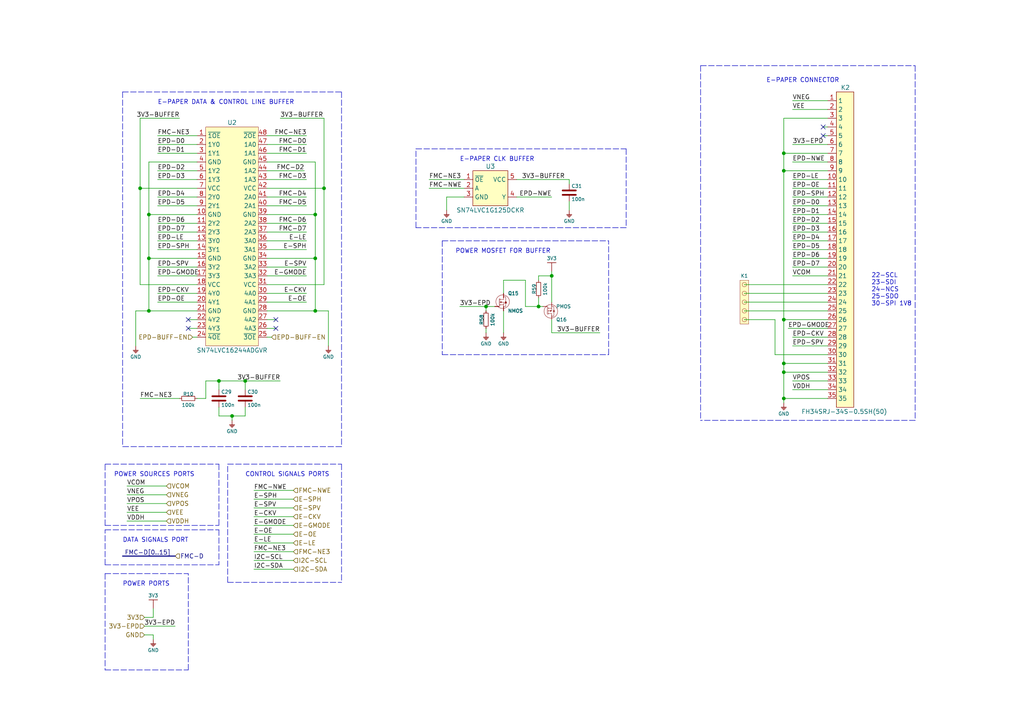
<source format=kicad_sch>
(kicad_sch (version 20211123) (generator eeschema)

  (uuid 098595f5-9866-41c1-b3c6-7e2f010eb78b)

  (paper "A4")

  (title_block
    (title "Soldered Inkplate 6 MOTION")
    (date "2024-05-22")
    (rev "V2.1.0.")
    (company "Soldered Electronics")
    (comment 1 "333321")
  )

  (lib_symbols
    (symbol "e-radionica.com schematics:0603C" (pin_numbers hide) (pin_names (offset 0.002)) (in_bom yes) (on_board yes)
      (property "Reference" "C" (id 0) (at 0 3.81 0)
        (effects (font (size 1 1)))
      )
      (property "Value" "0603C" (id 1) (at 0 -3.175 0)
        (effects (font (size 1 1)))
      )
      (property "Footprint" "e-radionica.com footprinti:0603C" (id 2) (at 0.635 -4.445 0)
        (effects (font (size 1 1)) hide)
      )
      (property "Datasheet" "" (id 3) (at 0 0 0)
        (effects (font (size 1 1)) hide)
      )
      (symbol "0603C_0_1"
        (polyline
          (pts
            (xy -0.635 1.905)
            (xy -0.635 -1.905)
          )
          (stroke (width 0.5) (type default) (color 0 0 0 0))
          (fill (type none))
        )
        (polyline
          (pts
            (xy 0.635 1.905)
            (xy 0.635 -1.905)
          )
          (stroke (width 0.5) (type default) (color 0 0 0 0))
          (fill (type none))
        )
      )
      (symbol "0603C_1_1"
        (pin passive line (at -2.54 0 0) (length 1.9)
          (name "~" (effects (font (size 1.27 1.27))))
          (number "1" (effects (font (size 1.27 1.27))))
        )
        (pin passive line (at 2.54 0 180) (length 1.9)
          (name "~" (effects (font (size 1.27 1.27))))
          (number "2" (effects (font (size 1.27 1.27))))
        )
      )
    )
    (symbol "e-radionica.com schematics:0603R" (pin_numbers hide) (pin_names (offset 0.254)) (in_bom yes) (on_board yes)
      (property "Reference" "R" (id 0) (at 0 1.27 0)
        (effects (font (size 1 1)))
      )
      (property "Value" "0603R" (id 1) (at 0 -1.905 0)
        (effects (font (size 1 1)))
      )
      (property "Footprint" "e-radionica.com footprinti:0603R" (id 2) (at 0 -3.81 0)
        (effects (font (size 1 1)) hide)
      )
      (property "Datasheet" "" (id 3) (at -0.635 1.905 0)
        (effects (font (size 1 1)) hide)
      )
      (symbol "0603R_0_1"
        (rectangle (start -1.905 0.635) (end 1.905 -0.635)
          (stroke (width 0.15) (type default) (color 0 0 0 0))
          (fill (type none))
        )
      )
      (symbol "0603R_1_1"
        (pin passive line (at -2.54 0 0) (length 0.63)
          (name "~" (effects (font (size 1.27 1.27))))
          (number "1" (effects (font (size 1.27 1.27))))
        )
        (pin passive line (at 2.54 0 180) (length 0.63)
          (name "~" (effects (font (size 1.27 1.27))))
          (number "2" (effects (font (size 1.27 1.27))))
        )
      )
    )
    (symbol "e-radionica.com schematics:3V3" (power) (pin_names (offset 0)) (in_bom yes) (on_board yes)
      (property "Reference" "#PWR" (id 0) (at 4.445 0 0)
        (effects (font (size 1 1)) hide)
      )
      (property "Value" "3V3" (id 1) (at 0 3.556 0)
        (effects (font (size 1 1)))
      )
      (property "Footprint" "" (id 2) (at 4.445 3.81 0)
        (effects (font (size 1 1)) hide)
      )
      (property "Datasheet" "" (id 3) (at 4.445 3.81 0)
        (effects (font (size 1 1)) hide)
      )
      (property "ki_keywords" "power-flag" (id 4) (at 0 0 0)
        (effects (font (size 1.27 1.27)) hide)
      )
      (property "ki_description" "Power symbol creates a global label with name \"3V3\"" (id 5) (at 0 0 0)
        (effects (font (size 1.27 1.27)) hide)
      )
      (symbol "3V3_0_1"
        (polyline
          (pts
            (xy -1.27 2.54)
            (xy 1.27 2.54)
          )
          (stroke (width 0.16) (type default) (color 0 0 0 0))
          (fill (type none))
        )
        (polyline
          (pts
            (xy 0 0)
            (xy 0 2.54)
          )
          (stroke (width 0) (type default) (color 0 0 0 0))
          (fill (type none))
        )
      )
      (symbol "3V3_1_1"
        (pin power_in line (at 0 0 90) (length 0) hide
          (name "3V3" (effects (font (size 1.27 1.27))))
          (number "1" (effects (font (size 1.27 1.27))))
        )
      )
    )
    (symbol "e-radionica.com schematics:74LVC16244ADGVJ" (in_bom yes) (on_board yes)
      (property "Reference" "U" (id 0) (at 0 33.02 0)
        (effects (font (size 1.27 1.27)))
      )
      (property "Value" "74LVC16244ADGVJ" (id 1) (at 0 -33.02 0)
        (effects (font (size 1.27 1.27)))
      )
      (property "Footprint" "e-radionica.com footprinti:TVSOP-48" (id 2) (at 0 -35.56 0)
        (effects (font (size 1.27 1.27)) hide)
      )
      (property "Datasheet" "" (id 3) (at 1.27 39.37 0)
        (effects (font (size 1.27 1.27)) hide)
      )
      (symbol "74LVC16244ADGVJ_0_1"
        (rectangle (start -7.62 31.75) (end 7.62 -31.75)
          (stroke (width 0.1) (type default) (color 0 0 0 0))
          (fill (type background))
        )
      )
      (symbol "74LVC16244ADGVJ_1_1"
        (pin input line (at -10.16 29.21 0) (length 2.54)
          (name "~{1OE}" (effects (font (size 1.27 1.27))))
          (number "1" (effects (font (size 1.27 1.27))))
        )
        (pin input line (at -10.16 6.35 0) (length 2.54)
          (name "GND" (effects (font (size 1.27 1.27))))
          (number "10" (effects (font (size 1.27 1.27))))
        )
        (pin input line (at -10.16 3.81 0) (length 2.54)
          (name "2Y2" (effects (font (size 1.27 1.27))))
          (number "11" (effects (font (size 1.27 1.27))))
        )
        (pin input line (at -10.16 1.27 0) (length 2.54)
          (name "2Y3" (effects (font (size 1.27 1.27))))
          (number "12" (effects (font (size 1.27 1.27))))
        )
        (pin input line (at -10.16 -1.27 0) (length 2.54)
          (name "3Y0" (effects (font (size 1.27 1.27))))
          (number "13" (effects (font (size 1.27 1.27))))
        )
        (pin input line (at -10.16 -3.81 0) (length 2.54)
          (name "3Y1" (effects (font (size 1.27 1.27))))
          (number "14" (effects (font (size 1.27 1.27))))
        )
        (pin input line (at -10.16 -6.35 0) (length 2.54)
          (name "GND" (effects (font (size 1.27 1.27))))
          (number "15" (effects (font (size 1.27 1.27))))
        )
        (pin input line (at -10.16 -8.89 0) (length 2.54)
          (name "3Y2" (effects (font (size 1.27 1.27))))
          (number "16" (effects (font (size 1.27 1.27))))
        )
        (pin input line (at -10.16 -11.43 0) (length 2.54)
          (name "3Y3" (effects (font (size 1.27 1.27))))
          (number "17" (effects (font (size 1.27 1.27))))
        )
        (pin input line (at -10.16 -13.97 0) (length 2.54)
          (name "VCC" (effects (font (size 1.27 1.27))))
          (number "18" (effects (font (size 1.27 1.27))))
        )
        (pin input line (at -10.16 -16.51 0) (length 2.54)
          (name "4Y0" (effects (font (size 1.27 1.27))))
          (number "19" (effects (font (size 1.27 1.27))))
        )
        (pin input line (at -10.16 26.67 0) (length 2.54)
          (name "1Y0" (effects (font (size 1.27 1.27))))
          (number "2" (effects (font (size 1.27 1.27))))
        )
        (pin input line (at -10.16 -19.05 0) (length 2.54)
          (name "4Y1" (effects (font (size 1.27 1.27))))
          (number "20" (effects (font (size 1.27 1.27))))
        )
        (pin input line (at -10.16 -21.59 0) (length 2.54)
          (name "GND" (effects (font (size 1.27 1.27))))
          (number "21" (effects (font (size 1.27 1.27))))
        )
        (pin input line (at -10.16 -24.13 0) (length 2.54)
          (name "4Y2" (effects (font (size 1.27 1.27))))
          (number "22" (effects (font (size 1.27 1.27))))
        )
        (pin input line (at -10.16 -26.67 0) (length 2.54)
          (name "4Y3" (effects (font (size 1.27 1.27))))
          (number "23" (effects (font (size 1.27 1.27))))
        )
        (pin input line (at -10.16 -29.21 0) (length 2.54)
          (name "~{4OE}" (effects (font (size 1.27 1.27))))
          (number "24" (effects (font (size 1.27 1.27))))
        )
        (pin input line (at 10.16 -29.21 180) (length 2.54)
          (name "~{3OE}" (effects (font (size 1.27 1.27))))
          (number "25" (effects (font (size 1.27 1.27))))
        )
        (pin input line (at 10.16 -26.67 180) (length 2.54)
          (name "4A3" (effects (font (size 1.27 1.27))))
          (number "26" (effects (font (size 1.27 1.27))))
        )
        (pin input line (at 10.16 -24.13 180) (length 2.54)
          (name "4A2" (effects (font (size 1.27 1.27))))
          (number "27" (effects (font (size 1.27 1.27))))
        )
        (pin input line (at 10.16 -21.59 180) (length 2.54)
          (name "GND" (effects (font (size 1.27 1.27))))
          (number "28" (effects (font (size 1.27 1.27))))
        )
        (pin input line (at 10.16 -19.05 180) (length 2.54)
          (name "4A1" (effects (font (size 1.27 1.27))))
          (number "29" (effects (font (size 1.27 1.27))))
        )
        (pin input line (at -10.16 24.13 0) (length 2.54)
          (name "1Y1" (effects (font (size 1.27 1.27))))
          (number "3" (effects (font (size 1.27 1.27))))
        )
        (pin input line (at 10.16 -16.51 180) (length 2.54)
          (name "4A0" (effects (font (size 1.27 1.27))))
          (number "30" (effects (font (size 1.27 1.27))))
        )
        (pin input line (at 10.16 -13.97 180) (length 2.54)
          (name "VCC" (effects (font (size 1.27 1.27))))
          (number "31" (effects (font (size 1.27 1.27))))
        )
        (pin input line (at 10.16 -11.43 180) (length 2.54)
          (name "3A3" (effects (font (size 1.27 1.27))))
          (number "32" (effects (font (size 1.27 1.27))))
        )
        (pin input line (at 10.16 -8.89 180) (length 2.54)
          (name "3A2" (effects (font (size 1.27 1.27))))
          (number "33" (effects (font (size 1.27 1.27))))
        )
        (pin input line (at 10.16 -6.35 180) (length 2.54)
          (name "GND" (effects (font (size 1.27 1.27))))
          (number "34" (effects (font (size 1.27 1.27))))
        )
        (pin input line (at 10.16 -3.81 180) (length 2.54)
          (name "3A1" (effects (font (size 1.27 1.27))))
          (number "35" (effects (font (size 1.27 1.27))))
        )
        (pin input line (at 10.16 -1.27 180) (length 2.54)
          (name "3A0" (effects (font (size 1.27 1.27))))
          (number "36" (effects (font (size 1.27 1.27))))
        )
        (pin input line (at 10.16 1.27 180) (length 2.54)
          (name "2A3" (effects (font (size 1.27 1.27))))
          (number "37" (effects (font (size 1.27 1.27))))
        )
        (pin input line (at 10.16 3.81 180) (length 2.54)
          (name "2A2" (effects (font (size 1.27 1.27))))
          (number "38" (effects (font (size 1.27 1.27))))
        )
        (pin input line (at 10.16 6.35 180) (length 2.54)
          (name "GND" (effects (font (size 1.27 1.27))))
          (number "39" (effects (font (size 1.27 1.27))))
        )
        (pin input line (at -10.16 21.59 0) (length 2.54)
          (name "GND" (effects (font (size 1.27 1.27))))
          (number "4" (effects (font (size 1.27 1.27))))
        )
        (pin input line (at 10.16 8.89 180) (length 2.54)
          (name "2A1" (effects (font (size 1.27 1.27))))
          (number "40" (effects (font (size 1.27 1.27))))
        )
        (pin input line (at 10.16 11.43 180) (length 2.54)
          (name "2A0" (effects (font (size 1.27 1.27))))
          (number "41" (effects (font (size 1.27 1.27))))
        )
        (pin input line (at 10.16 13.97 180) (length 2.54)
          (name "VCC" (effects (font (size 1.27 1.27))))
          (number "42" (effects (font (size 1.27 1.27))))
        )
        (pin input line (at 10.16 16.51 180) (length 2.54)
          (name "1A3" (effects (font (size 1.27 1.27))))
          (number "43" (effects (font (size 1.27 1.27))))
        )
        (pin input line (at 10.16 19.05 180) (length 2.54)
          (name "1A2" (effects (font (size 1.27 1.27))))
          (number "44" (effects (font (size 1.27 1.27))))
        )
        (pin input line (at 10.16 21.59 180) (length 2.54)
          (name "GND" (effects (font (size 1.27 1.27))))
          (number "45" (effects (font (size 1.27 1.27))))
        )
        (pin input line (at 10.16 24.13 180) (length 2.54)
          (name "1A1" (effects (font (size 1.27 1.27))))
          (number "46" (effects (font (size 1.27 1.27))))
        )
        (pin input line (at 10.16 26.67 180) (length 2.54)
          (name "1A0" (effects (font (size 1.27 1.27))))
          (number "47" (effects (font (size 1.27 1.27))))
        )
        (pin input line (at 10.16 29.21 180) (length 2.54)
          (name "~{2OE}" (effects (font (size 1.27 1.27))))
          (number "48" (effects (font (size 1.27 1.27))))
        )
        (pin input line (at -10.16 19.05 0) (length 2.54)
          (name "1Y2" (effects (font (size 1.27 1.27))))
          (number "5" (effects (font (size 1.27 1.27))))
        )
        (pin input line (at -10.16 16.51 0) (length 2.54)
          (name "1Y3" (effects (font (size 1.27 1.27))))
          (number "6" (effects (font (size 1.27 1.27))))
        )
        (pin input line (at -10.16 13.97 0) (length 2.54)
          (name "VCC" (effects (font (size 1.27 1.27))))
          (number "7" (effects (font (size 1.27 1.27))))
        )
        (pin input line (at -10.16 11.43 0) (length 2.54)
          (name "2Y0" (effects (font (size 1.27 1.27))))
          (number "8" (effects (font (size 1.27 1.27))))
        )
        (pin input line (at -10.16 8.89 0) (length 2.54)
          (name "2Y1" (effects (font (size 1.27 1.27))))
          (number "9" (effects (font (size 1.27 1.27))))
        )
      )
    )
    (symbol "e-radionica.com schematics:FH34SRJ-34S-0.5SH(50)" (in_bom yes) (on_board yes)
      (property "Reference" "K" (id 0) (at 0 46.99 0)
        (effects (font (size 1.27 1.27)))
      )
      (property "Value" "FH34SRJ-34S-0.5SH(50)" (id 1) (at 0 -46.99 0)
        (effects (font (size 1.27 1.27)))
      )
      (property "Footprint" "e-radionica.com footprinti:FH34SRJ-34S-0.5SH(50)" (id 2) (at 0 -48.26 0)
        (effects (font (size 1.27 1.27)) hide)
      )
      (property "Datasheet" "" (id 3) (at -2.54 22.86 0)
        (effects (font (size 1.27 1.27)) hide)
      )
      (property "ki_description" "FPC connector" (id 4) (at 0 0 0)
        (effects (font (size 1.27 1.27)) hide)
      )
      (symbol "FH34SRJ-34S-0.5SH(50)_0_1"
        (rectangle (start -2.54 45.72) (end 2.54 -45.72)
          (stroke (width 0.1524) (type default) (color 0 0 0 0))
          (fill (type background))
        )
      )
      (symbol "FH34SRJ-34S-0.5SH(50)_1_1"
        (pin passive line (at -5.08 43.18 0) (length 2.54)
          (name "1" (effects (font (size 1.27 1.27))))
          (number "1" (effects (font (size 1.27 1.27))))
        )
        (pin passive line (at -5.08 20.32 0) (length 2.54)
          (name "10" (effects (font (size 1.27 1.27))))
          (number "10" (effects (font (size 1.27 1.27))))
        )
        (pin passive line (at -5.08 17.78 0) (length 2.54)
          (name "11" (effects (font (size 1.27 1.27))))
          (number "11" (effects (font (size 1.27 1.27))))
        )
        (pin passive line (at -5.08 15.24 0) (length 2.54)
          (name "12" (effects (font (size 1.27 1.27))))
          (number "12" (effects (font (size 1.27 1.27))))
        )
        (pin passive line (at -5.08 12.7 0) (length 2.54)
          (name "13" (effects (font (size 1.27 1.27))))
          (number "13" (effects (font (size 1.27 1.27))))
        )
        (pin passive line (at -5.08 10.16 0) (length 2.54)
          (name "14" (effects (font (size 1.27 1.27))))
          (number "14" (effects (font (size 1.27 1.27))))
        )
        (pin passive line (at -5.08 7.62 0) (length 2.54)
          (name "15" (effects (font (size 1.27 1.27))))
          (number "15" (effects (font (size 1.27 1.27))))
        )
        (pin passive line (at -5.08 5.08 0) (length 2.54)
          (name "16" (effects (font (size 1.27 1.27))))
          (number "16" (effects (font (size 1.27 1.27))))
        )
        (pin passive line (at -5.08 2.54 0) (length 2.54)
          (name "17" (effects (font (size 1.27 1.27))))
          (number "17" (effects (font (size 1.27 1.27))))
        )
        (pin passive line (at -5.08 0 0) (length 2.54)
          (name "18" (effects (font (size 1.27 1.27))))
          (number "18" (effects (font (size 1.27 1.27))))
        )
        (pin passive line (at -5.08 -2.54 0) (length 2.54)
          (name "19" (effects (font (size 1.27 1.27))))
          (number "19" (effects (font (size 1.27 1.27))))
        )
        (pin passive line (at -5.08 40.64 0) (length 2.54)
          (name "2" (effects (font (size 1.27 1.27))))
          (number "2" (effects (font (size 1.27 1.27))))
        )
        (pin passive line (at -5.08 -5.08 0) (length 2.54)
          (name "20" (effects (font (size 1.27 1.27))))
          (number "20" (effects (font (size 1.27 1.27))))
        )
        (pin passive line (at -5.08 -7.62 0) (length 2.54)
          (name "21" (effects (font (size 1.27 1.27))))
          (number "21" (effects (font (size 1.27 1.27))))
        )
        (pin passive line (at -5.08 -10.16 0) (length 2.54)
          (name "22" (effects (font (size 1.27 1.27))))
          (number "22" (effects (font (size 1.27 1.27))))
        )
        (pin passive line (at -5.08 -12.7 0) (length 2.54)
          (name "23" (effects (font (size 1.27 1.27))))
          (number "23" (effects (font (size 1.27 1.27))))
        )
        (pin passive line (at -5.08 -15.24 0) (length 2.54)
          (name "24" (effects (font (size 1.27 1.27))))
          (number "24" (effects (font (size 1.27 1.27))))
        )
        (pin passive line (at -5.08 -17.78 0) (length 2.54)
          (name "25" (effects (font (size 1.27 1.27))))
          (number "25" (effects (font (size 1.27 1.27))))
        )
        (pin passive line (at -5.08 -20.32 0) (length 2.54)
          (name "26" (effects (font (size 1.27 1.27))))
          (number "26" (effects (font (size 1.27 1.27))))
        )
        (pin passive line (at -5.08 -22.86 0) (length 2.54)
          (name "27" (effects (font (size 1.27 1.27))))
          (number "27" (effects (font (size 1.27 1.27))))
        )
        (pin passive line (at -5.08 -25.4 0) (length 2.54)
          (name "28" (effects (font (size 1.27 1.27))))
          (number "28" (effects (font (size 1.27 1.27))))
        )
        (pin passive line (at -5.08 -27.94 0) (length 2.54)
          (name "29" (effects (font (size 1.27 1.27))))
          (number "29" (effects (font (size 1.27 1.27))))
        )
        (pin passive line (at -5.08 38.1 0) (length 2.54)
          (name "3" (effects (font (size 1.27 1.27))))
          (number "3" (effects (font (size 1.27 1.27))))
        )
        (pin passive line (at -5.08 -30.48 0) (length 2.54)
          (name "30" (effects (font (size 1.27 1.27))))
          (number "30" (effects (font (size 1.27 1.27))))
        )
        (pin passive line (at -5.08 -33.02 0) (length 2.54)
          (name "31" (effects (font (size 1.27 1.27))))
          (number "31" (effects (font (size 1.27 1.27))))
        )
        (pin passive line (at -5.08 -35.56 0) (length 2.54)
          (name "32" (effects (font (size 1.27 1.27))))
          (number "32" (effects (font (size 1.27 1.27))))
        )
        (pin passive line (at -5.08 -38.1 0) (length 2.54)
          (name "33" (effects (font (size 1.27 1.27))))
          (number "33" (effects (font (size 1.27 1.27))))
        )
        (pin passive line (at -5.08 -40.64 0) (length 2.54)
          (name "34" (effects (font (size 1.27 1.27))))
          (number "34" (effects (font (size 1.27 1.27))))
        )
        (pin passive line (at -5.08 -43.18 0) (length 2.54)
          (name "35" (effects (font (size 1.27 1.27))))
          (number "35" (effects (font (size 1.27 1.27))))
        )
        (pin passive line (at -5.08 35.56 0) (length 2.54)
          (name "4" (effects (font (size 1.27 1.27))))
          (number "4" (effects (font (size 1.27 1.27))))
        )
        (pin passive line (at -5.08 33.02 0) (length 2.54)
          (name "5" (effects (font (size 1.27 1.27))))
          (number "5" (effects (font (size 1.27 1.27))))
        )
        (pin passive line (at -5.08 30.48 0) (length 2.54)
          (name "6" (effects (font (size 1.27 1.27))))
          (number "6" (effects (font (size 1.27 1.27))))
        )
        (pin passive line (at -5.08 27.94 0) (length 2.54)
          (name "7" (effects (font (size 1.27 1.27))))
          (number "7" (effects (font (size 1.27 1.27))))
        )
        (pin passive line (at -5.08 25.4 0) (length 2.54)
          (name "8" (effects (font (size 1.27 1.27))))
          (number "8" (effects (font (size 1.27 1.27))))
        )
        (pin passive line (at -5.08 22.86 0) (length 2.54)
          (name "9" (effects (font (size 1.27 1.27))))
          (number "9" (effects (font (size 1.27 1.27))))
        )
      )
    )
    (symbol "e-radionica.com schematics:GND" (power) (pin_names (offset 0)) (in_bom yes) (on_board yes)
      (property "Reference" "#PWR" (id 0) (at 4.445 0 0)
        (effects (font (size 1 1)) hide)
      )
      (property "Value" "GND" (id 1) (at 0 -2.921 0)
        (effects (font (size 1 1)))
      )
      (property "Footprint" "" (id 2) (at 4.445 3.81 0)
        (effects (font (size 1 1)) hide)
      )
      (property "Datasheet" "" (id 3) (at 4.445 3.81 0)
        (effects (font (size 1 1)) hide)
      )
      (property "ki_keywords" "power-flag" (id 4) (at 0 0 0)
        (effects (font (size 1.27 1.27)) hide)
      )
      (property "ki_description" "Power symbol creates a global label with name \"GND\"" (id 5) (at 0 0 0)
        (effects (font (size 1.27 1.27)) hide)
      )
      (symbol "GND_0_1"
        (polyline
          (pts
            (xy -0.762 -1.27)
            (xy 0.762 -1.27)
          )
          (stroke (width 0.16) (type default) (color 0 0 0 0))
          (fill (type none))
        )
        (polyline
          (pts
            (xy -0.635 -1.524)
            (xy 0.635 -1.524)
          )
          (stroke (width 0.16) (type default) (color 0 0 0 0))
          (fill (type none))
        )
        (polyline
          (pts
            (xy -0.381 -1.778)
            (xy 0.381 -1.778)
          )
          (stroke (width 0.16) (type default) (color 0 0 0 0))
          (fill (type none))
        )
        (polyline
          (pts
            (xy -0.127 -2.032)
            (xy 0.127 -2.032)
          )
          (stroke (width 0.16) (type default) (color 0 0 0 0))
          (fill (type none))
        )
        (polyline
          (pts
            (xy 0 0)
            (xy 0 -1.27)
          )
          (stroke (width 0.16) (type default) (color 0 0 0 0))
          (fill (type none))
        )
      )
      (symbol "GND_1_1"
        (pin power_in line (at 0 0 270) (length 0) hide
          (name "GND" (effects (font (size 1.27 1.27))))
          (number "1" (effects (font (size 1.27 1.27))))
        )
      )
    )
    (symbol "e-radionica.com schematics:HEADER_MALE_5X1" (pin_numbers hide) (pin_names hide) (in_bom yes) (on_board yes)
      (property "Reference" "K" (id 0) (at 0 7.62 0)
        (effects (font (size 1 1)))
      )
      (property "Value" "HEADER_MALE_5X1" (id 1) (at 0.635 -7.62 0)
        (effects (font (size 1 1)))
      )
      (property "Footprint" "e-radionica.com footprinti:HEADER_MALE_5X1" (id 2) (at 0 -10.16 0)
        (effects (font (size 1 1)) hide)
      )
      (property "Datasheet" "" (id 3) (at 0 0 0)
        (effects (font (size 1 1)) hide)
      )
      (symbol "HEADER_MALE_5X1_0_1"
        (rectangle (start -1.27 6.35) (end 1.27 -6.35)
          (stroke (width 0.001) (type default) (color 0 0 0 0))
          (fill (type background))
        )
        (circle (center 0 -5.08) (radius 0.635)
          (stroke (width 0.0006) (type default) (color 0 0 0 0))
          (fill (type none))
        )
        (circle (center 0 -2.54) (radius 0.635)
          (stroke (width 0.0006) (type default) (color 0 0 0 0))
          (fill (type none))
        )
        (circle (center 0 0) (radius 0.635)
          (stroke (width 0.0006) (type default) (color 0 0 0 0))
          (fill (type none))
        )
        (circle (center 0 2.54) (radius 0.635)
          (stroke (width 0.0006) (type default) (color 0 0 0 0))
          (fill (type none))
        )
        (circle (center 0 5.08) (radius 0.635)
          (stroke (width 0.0006) (type default) (color 0 0 0 0))
          (fill (type none))
        )
      )
      (symbol "HEADER_MALE_5X1_1_1"
        (pin passive line (at 0 -5.08 180) (length 0)
          (name "~" (effects (font (size 1 1))))
          (number "1" (effects (font (size 1 1))))
        )
        (pin passive line (at 0 -2.54 180) (length 0)
          (name "~" (effects (font (size 1 1))))
          (number "2" (effects (font (size 1 1))))
        )
        (pin passive line (at 0 0 180) (length 0)
          (name "~" (effects (font (size 1 1))))
          (number "3" (effects (font (size 1 1))))
        )
        (pin passive line (at 0 2.54 180) (length 0)
          (name "~" (effects (font (size 1 1))))
          (number "4" (effects (font (size 1 1))))
        )
        (pin passive line (at 0 5.08 180) (length 0)
          (name "~" (effects (font (size 0.991 0.991))))
          (number "5" (effects (font (size 0.991 0.991))))
        )
      )
    )
    (symbol "e-radionica.com schematics:NMOS-SOT-23-3" (pin_numbers hide) (pin_names hide) (in_bom yes) (on_board yes)
      (property "Reference" "Q" (id 0) (at -1.143 2.921 0)
        (effects (font (size 1 1)))
      )
      (property "Value" "NMOS-SOT-23-3" (id 1) (at 1.524 -3.937 0)
        (effects (font (size 1 1)))
      )
      (property "Footprint" "e-radionica.com footprinti:SOT-23-3" (id 2) (at 0 -7.62 0)
        (effects (font (size 1 1)) hide)
      )
      (property "Datasheet" "" (id 3) (at 0 0 0)
        (effects (font (size 1 1)) hide)
      )
      (symbol "NMOS-SOT-23-3_0_1"
        (polyline
          (pts
            (xy 0 -1.27)
            (xy 0 1.016)
          )
          (stroke (width 0.1) (type default) (color 0 0 0 0))
          (fill (type none))
        )
        (polyline
          (pts
            (xy 0.254 -1.016)
            (xy 0.254 -0.508)
          )
          (stroke (width 0.1) (type default) (color 0 0 0 0))
          (fill (type none))
        )
        (polyline
          (pts
            (xy 0.254 -0.762)
            (xy 1.27 -0.762)
          )
          (stroke (width 0.1) (type default) (color 0 0 0 0))
          (fill (type none))
        )
        (polyline
          (pts
            (xy 0.254 -0.254)
            (xy 0.254 0.254)
          )
          (stroke (width 0.1) (type default) (color 0 0 0 0))
          (fill (type none))
        )
        (polyline
          (pts
            (xy 0.254 0.762)
            (xy 1.27 0.762)
          )
          (stroke (width 0.1) (type default) (color 0 0 0 0))
          (fill (type none))
        )
        (polyline
          (pts
            (xy 0.254 1.016)
            (xy 0.254 0.508)
          )
          (stroke (width 0.1) (type default) (color 0 0 0 0))
          (fill (type none))
        )
        (polyline
          (pts
            (xy 1.27 -1.27)
            (xy 1.27 -0.762)
          )
          (stroke (width 0.1) (type default) (color 0 0 0 0))
          (fill (type none))
        )
        (polyline
          (pts
            (xy 1.27 0.762)
            (xy 1.27 1.27)
          )
          (stroke (width 0.1) (type default) (color 0 0 0 0))
          (fill (type none))
        )
        (polyline
          (pts
            (xy 1.651 -0.254)
            (xy 1.905 0.127)
          )
          (stroke (width 0.2) (type default) (color 0 0 0 0))
          (fill (type none))
        )
        (polyline
          (pts
            (xy 1.651 0.127)
            (xy 2.159 0.127)
          )
          (stroke (width 0.0006) (type default) (color 0 0 0 0))
          (fill (type none))
        )
        (polyline
          (pts
            (xy 0.254 0)
            (xy 1.27 0)
            (xy 1.27 -0.762)
          )
          (stroke (width 0.1) (type default) (color 0 0 0 0))
          (fill (type none))
        )
        (polyline
          (pts
            (xy 1.651 -0.254)
            (xy 2.159 -0.254)
            (xy 1.905 0.127)
          )
          (stroke (width 0.2) (type default) (color 0 0 0 0))
          (fill (type none))
        )
        (polyline
          (pts
            (xy 0.381 0)
            (xy 0.635 0.254)
            (xy 0.635 -0.254)
            (xy 0.381 0)
          )
          (stroke (width 0.1) (type default) (color 0 0 0 0))
          (fill (type none))
        )
        (polyline
          (pts
            (xy 1.27 -1.27)
            (xy 1.905 -1.27)
            (xy 1.905 1.524)
            (xy 1.27 1.524)
          )
          (stroke (width 0.1) (type default) (color 0 0 0 0))
          (fill (type none))
        )
        (circle (center 1.016 0.127) (radius 1.9716)
          (stroke (width 0.1) (type default) (color 0 0 0 0))
          (fill (type none))
        )
      )
      (symbol "NMOS-SOT-23-3_1_1"
        (pin passive line (at -1.27 -1.27 0) (length 1.27)
          (name "G" (effects (font (size 1 1))))
          (number "1" (effects (font (size 1 1))))
        )
        (pin passive line (at 1.27 -2.54 90) (length 1.27)
          (name "S" (effects (font (size 1 1))))
          (number "2" (effects (font (size 1 1))))
        )
        (pin passive line (at 1.27 2.54 270) (length 1.27)
          (name "D" (effects (font (size 1 1))))
          (number "3" (effects (font (size 1 1))))
        )
      )
    )
    (symbol "e-radionica.com schematics:PMOS-SOT-23-3" (pin_numbers hide) (pin_names hide) (in_bom yes) (on_board yes)
      (property "Reference" "Q" (id 0) (at -1.27 2.54 0)
        (effects (font (size 1 1)))
      )
      (property "Value" "PMOS-SOT-23-3" (id 1) (at 0.381 -4.064 0)
        (effects (font (size 1 1)))
      )
      (property "Footprint" "e-radionica.com footprinti:SOT-23-3" (id 2) (at 1.27 -7.62 0)
        (effects (font (size 1 1)) hide)
      )
      (property "Datasheet" "" (id 3) (at 0 0 0)
        (effects (font (size 1 1)) hide)
      )
      (symbol "PMOS-SOT-23-3_0_1"
        (polyline
          (pts
            (xy 0 -1.27)
            (xy 0 1.016)
          )
          (stroke (width 0.1) (type default) (color 0 0 0 0))
          (fill (type none))
        )
        (polyline
          (pts
            (xy 0.254 -1.016)
            (xy 0.254 -0.508)
          )
          (stroke (width 0.1) (type default) (color 0 0 0 0))
          (fill (type none))
        )
        (polyline
          (pts
            (xy 0.254 -0.762)
            (xy 1.27 -0.762)
          )
          (stroke (width 0.1) (type default) (color 0 0 0 0))
          (fill (type none))
        )
        (polyline
          (pts
            (xy 0.254 -0.254)
            (xy 0.254 0.254)
          )
          (stroke (width 0.1) (type default) (color 0 0 0 0))
          (fill (type none))
        )
        (polyline
          (pts
            (xy 0.254 0.762)
            (xy 1.27 0.762)
          )
          (stroke (width 0.1) (type default) (color 0 0 0 0))
          (fill (type none))
        )
        (polyline
          (pts
            (xy 0.254 1.016)
            (xy 0.254 0.508)
          )
          (stroke (width 0.1) (type default) (color 0 0 0 0))
          (fill (type none))
        )
        (polyline
          (pts
            (xy 1.27 -1.27)
            (xy 1.27 -0.762)
          )
          (stroke (width 0.1) (type default) (color 0 0 0 0))
          (fill (type none))
        )
        (polyline
          (pts
            (xy 1.27 0.762)
            (xy 1.27 1.27)
          )
          (stroke (width 0.1) (type default) (color 0 0 0 0))
          (fill (type none))
        )
        (polyline
          (pts
            (xy 2.159 -0.127)
            (xy 1.651 -0.127)
          )
          (stroke (width 0.1) (type default) (color 0 0 0 0))
          (fill (type none))
        )
        (polyline
          (pts
            (xy 2.159 0.254)
            (xy 1.905 -0.127)
          )
          (stroke (width 0.1) (type default) (color 0 0 0 0))
          (fill (type none))
        )
        (polyline
          (pts
            (xy 0.254 0)
            (xy 1.27 0)
            (xy 1.27 -0.762)
          )
          (stroke (width 0.1) (type default) (color 0 0 0 0))
          (fill (type none))
        )
        (polyline
          (pts
            (xy 2.159 0.254)
            (xy 1.651 0.254)
            (xy 1.905 -0.127)
          )
          (stroke (width 0.1) (type default) (color 0 0 0 0))
          (fill (type none))
        )
        (polyline
          (pts
            (xy 1.143 0)
            (xy 0.889 -0.254)
            (xy 0.889 0.254)
            (xy 1.143 0)
          )
          (stroke (width 0.1) (type default) (color 0 0 0 0))
          (fill (type none))
        )
        (polyline
          (pts
            (xy 1.27 -1.27)
            (xy 1.905 -1.27)
            (xy 1.905 1.524)
            (xy 1.27 1.524)
          )
          (stroke (width 0.1) (type default) (color 0 0 0 0))
          (fill (type none))
        )
        (circle (center 1.016 0.127) (radius 1.9716)
          (stroke (width 0.1) (type default) (color 0 0 0 0))
          (fill (type none))
        )
      )
      (symbol "PMOS-SOT-23-3_1_1"
        (pin passive line (at -1.27 -1.27 0) (length 1.27)
          (name "G" (effects (font (size 1 1))))
          (number "1" (effects (font (size 1 1))))
        )
        (pin passive line (at 1.27 -2.54 90) (length 1.27)
          (name "S" (effects (font (size 1 1))))
          (number "2" (effects (font (size 1 1))))
        )
        (pin passive line (at 1.27 2.54 270) (length 1.27)
          (name "D" (effects (font (size 1 1))))
          (number "3" (effects (font (size 1 1))))
        )
      )
    )
    (symbol "e-radionica.com schematics:SN74LVC1G125DCKR" (in_bom yes) (on_board yes)
      (property "Reference" "U" (id 0) (at 0 6.35 0)
        (effects (font (size 1.27 1.27)))
      )
      (property "Value" "SN74LVC1G125DCKR" (id 1) (at 0 -6.35 0)
        (effects (font (size 1.27 1.27)))
      )
      (property "Footprint" "e-radionica.com footprinti:SC70-5" (id 2) (at 0 -8.89 0)
        (effects (font (size 1.27 1.27)) hide)
      )
      (property "Datasheet" "" (id 3) (at 0 0 0)
        (effects (font (size 1.27 1.27)) hide)
      )
      (symbol "SN74LVC1G125DCKR_0_1"
        (rectangle (start -5.08 5.08) (end 5.08 -5.08)
          (stroke (width 0.1524) (type default) (color 0 0 0 0))
          (fill (type background))
        )
      )
      (symbol "SN74LVC1G125DCKR_1_1"
        (pin passive line (at -7.62 2.54 0) (length 2.54)
          (name "~{OE}" (effects (font (size 1.27 1.27))))
          (number "1" (effects (font (size 1.27 1.27))))
        )
        (pin passive line (at -7.62 0 0) (length 2.54)
          (name "A" (effects (font (size 1.27 1.27))))
          (number "2" (effects (font (size 1.27 1.27))))
        )
        (pin passive line (at -7.62 -2.54 0) (length 2.54)
          (name "GND" (effects (font (size 1.27 1.27))))
          (number "3" (effects (font (size 1.27 1.27))))
        )
        (pin passive line (at 7.62 -2.54 180) (length 2.54)
          (name "Y" (effects (font (size 1.27 1.27))))
          (number "4" (effects (font (size 1.27 1.27))))
        )
        (pin passive line (at 7.62 2.54 180) (length 2.54)
          (name "VCC" (effects (font (size 1.27 1.27))))
          (number "5" (effects (font (size 1.27 1.27))))
        )
      )
    )
  )

  (junction (at 63.5 110.49) (diameter 0) (color 0 0 0 0)
    (uuid 067e18ec-b81b-4439-ba4b-31d7549c71cb)
  )
  (junction (at 227.33 92.71) (diameter 0) (color 0 0 0 0)
    (uuid 13b72c3a-fc29-4e94-bdc3-de78241c16e6)
  )
  (junction (at 227.33 105.41) (diameter 0) (color 0 0 0 0)
    (uuid 23e9b7a6-8db6-4d39-9ce1-b95b7cd2eae8)
  )
  (junction (at 71.12 110.49) (diameter 0) (color 0 0 0 0)
    (uuid 385363ff-9fc9-4898-84c0-7dc0d6f89a1a)
  )
  (junction (at 91.44 90.17) (diameter 0) (color 0 0 0 0)
    (uuid 3b8b9326-592f-4ecd-b979-207843983fe9)
  )
  (junction (at 156.21 88.9) (diameter 0) (color 0 0 0 0)
    (uuid 3caffc1f-6860-4152-a57b-210d6c11b125)
  )
  (junction (at 227.33 107.95) (diameter 0) (color 0 0 0 0)
    (uuid 43b34f85-2a67-4934-a17a-5a73630c1ad7)
  )
  (junction (at 43.18 90.17) (diameter 0) (color 0 0 0 0)
    (uuid 46a110e4-9a90-4d9c-9ae1-6834ba5aa616)
  )
  (junction (at 227.33 44.45) (diameter 0) (color 0 0 0 0)
    (uuid 60b730b5-9822-498a-9027-77f5caa42e77)
  )
  (junction (at 93.98 54.61) (diameter 0) (color 0 0 0 0)
    (uuid 6ce40c8f-67be-42e4-90dc-20320373ee1e)
  )
  (junction (at 40.64 54.61) (diameter 0) (color 0 0 0 0)
    (uuid 6da40299-3797-4dc5-a1a6-4f490669d732)
  )
  (junction (at 67.31 120.65) (diameter 0) (color 0 0 0 0)
    (uuid 85804bea-5dab-440a-b046-1a19b34161e3)
  )
  (junction (at 91.44 62.23) (diameter 0) (color 0 0 0 0)
    (uuid 900c4129-24d6-4ce0-bbd6-5073ebf17e5b)
  )
  (junction (at 43.18 62.23) (diameter 0) (color 0 0 0 0)
    (uuid a5ca8921-5f42-4d62-9376-48c50faf85e9)
  )
  (junction (at 43.18 74.93) (diameter 0) (color 0 0 0 0)
    (uuid cba5547a-6871-4755-9c78-1c6fc86c1f35)
  )
  (junction (at 227.33 49.53) (diameter 0) (color 0 0 0 0)
    (uuid e2384bc2-2d4a-46b8-9b27-b1f95f6e2764)
  )
  (junction (at 140.97 88.9) (diameter 0) (color 0 0 0 0)
    (uuid e79f4263-a791-48d4-af3d-631bbcc6ae1e)
  )
  (junction (at 91.44 74.93) (diameter 0) (color 0 0 0 0)
    (uuid f2fedce9-33ec-4cfe-99ce-47516ad03153)
  )
  (junction (at 227.33 115.57) (diameter 0) (color 0 0 0 0)
    (uuid f557f8de-40d7-4ffa-adae-0408a1fdcdec)
  )
  (junction (at 160.02 80.01) (diameter 0) (color 0 0 0 0)
    (uuid f9e9aef7-b21d-4d15-a679-69e7d4c55ccd)
  )

  (no_connect (at 54.61 92.71) (uuid 8c1df5e1-49a0-4910-b89a-8f4c72527218))
  (no_connect (at 54.61 95.25) (uuid 8c1df5e1-49a0-4910-b89a-8f4c72527219))
  (no_connect (at 80.01 95.25) (uuid 8c1df5e1-49a0-4910-b89a-8f4c7252721a))
  (no_connect (at 80.01 92.71) (uuid 8c1df5e1-49a0-4910-b89a-8f4c7252721b))
  (no_connect (at 238.76 36.83) (uuid f2a9a1d2-217b-4dbf-ad7c-2b7d4fef8392))
  (no_connect (at 238.76 39.37) (uuid f2a9a1d2-217b-4dbf-ad7c-2b7d4fef8393))

  (wire (pts (xy 59.69 115.57) (xy 59.69 110.49))
    (stroke (width 0) (type default) (color 0 0 0 0))
    (uuid 0030966a-5039-4cda-ab00-05c28959d664)
  )
  (wire (pts (xy 77.47 72.39) (xy 88.9 72.39))
    (stroke (width 0) (type default) (color 0 0 0 0))
    (uuid 00853bfd-4972-4e03-9671-db8351eadabb)
  )
  (wire (pts (xy 40.64 115.57) (xy 52.07 115.57))
    (stroke (width 0) (type default) (color 0 0 0 0))
    (uuid 013e08d8-87c2-41b1-b051-049938a1b1ac)
  )
  (wire (pts (xy 229.87 72.39) (xy 240.03 72.39))
    (stroke (width 0) (type default) (color 0 0 0 0))
    (uuid 01b2ba9c-cbd5-44a5-9659-58d78df0c3a7)
  )
  (wire (pts (xy 229.87 67.31) (xy 240.03 67.31))
    (stroke (width 0) (type default) (color 0 0 0 0))
    (uuid 01c0b0c3-c221-4fd4-acb0-f1278057b787)
  )
  (wire (pts (xy 71.12 118.11) (xy 71.12 120.65))
    (stroke (width 0) (type default) (color 0 0 0 0))
    (uuid 0279704e-2c7d-4527-bef9-a7b34882fb14)
  )
  (wire (pts (xy 229.87 57.15) (xy 240.03 57.15))
    (stroke (width 0) (type default) (color 0 0 0 0))
    (uuid 0374ebc9-dd96-4fcd-97fa-25fe7ad6185b)
  )
  (polyline (pts (xy 63.5 134.62) (xy 63.5 152.4))
    (stroke (width 0) (type default) (color 0 0 0 0))
    (uuid 03e63f42-f4fa-4eb3-9618-2d6a7243151f)
  )

  (wire (pts (xy 45.72 59.69) (xy 57.15 59.69))
    (stroke (width 0) (type default) (color 0 0 0 0))
    (uuid 040e3fdc-a187-49a8-aec4-8434aa4a9162)
  )
  (wire (pts (xy 63.5 110.49) (xy 71.12 110.49))
    (stroke (width 0) (type default) (color 0 0 0 0))
    (uuid 055e303b-ec0d-4e1d-9362-5326c61943b8)
  )
  (wire (pts (xy 71.12 110.49) (xy 81.28 110.49))
    (stroke (width 0) (type default) (color 0 0 0 0))
    (uuid 089699ec-15cf-4cd0-86c9-b64d32983056)
  )
  (wire (pts (xy 77.47 77.47) (xy 88.9 77.47))
    (stroke (width 0) (type default) (color 0 0 0 0))
    (uuid 092a0f48-f57d-4f67-8758-f597eec0a745)
  )
  (wire (pts (xy 77.47 92.71) (xy 80.01 92.71))
    (stroke (width 0) (type default) (color 0 0 0 0))
    (uuid 093f2151-74c2-4c79-9545-829dadbef99e)
  )
  (wire (pts (xy 77.47 59.69) (xy 88.9 59.69))
    (stroke (width 0) (type default) (color 0 0 0 0))
    (uuid 0f336914-99ca-4556-ac20-69030281050c)
  )
  (wire (pts (xy 73.66 144.78) (xy 85.09 144.78))
    (stroke (width 0) (type default) (color 0 0 0 0))
    (uuid 10b19735-2e05-4966-a974-77289b9d6bcd)
  )
  (wire (pts (xy 227.33 44.45) (xy 240.03 44.45))
    (stroke (width 0) (type default) (color 0 0 0 0))
    (uuid 11be415f-17bc-4ff0-9d75-867991c67d53)
  )
  (wire (pts (xy 63.5 110.49) (xy 63.5 113.03))
    (stroke (width 0) (type default) (color 0 0 0 0))
    (uuid 13eb39f2-27dc-4900-bef3-1772912132b9)
  )
  (wire (pts (xy 45.72 67.31) (xy 57.15 67.31))
    (stroke (width 0) (type default) (color 0 0 0 0))
    (uuid 1448d9ed-bb32-4d56-94fd-059a502034b8)
  )
  (wire (pts (xy 215.9 82.55) (xy 240.03 82.55))
    (stroke (width 0) (type default) (color 0 0 0 0))
    (uuid 14a2fd39-f5c0-4da3-ae10-e25e7aa305be)
  )
  (polyline (pts (xy 66.04 168.91) (xy 99.06 168.91))
    (stroke (width 0) (type default) (color 0 0 0 0))
    (uuid 15d29ab7-ecc4-40f2-9b0e-78d62e6633c2)
  )

  (wire (pts (xy 63.5 118.11) (xy 63.5 120.65))
    (stroke (width 0) (type default) (color 0 0 0 0))
    (uuid 16f4c173-d290-4955-927a-243826547991)
  )
  (wire (pts (xy 77.47 85.09) (xy 88.9 85.09))
    (stroke (width 0) (type default) (color 0 0 0 0))
    (uuid 18634ffe-ae3b-4686-a78e-72a6a5502a72)
  )
  (polyline (pts (xy 265.43 19.05) (xy 265.43 121.92))
    (stroke (width 0) (type default) (color 0 0 0 0))
    (uuid 1909eb5d-ebc7-4dee-bbfb-1d826e189a7d)
  )

  (wire (pts (xy 77.47 67.31) (xy 88.9 67.31))
    (stroke (width 0) (type default) (color 0 0 0 0))
    (uuid 1b6cde1d-872f-4b10-87ad-e9bc07f6689c)
  )
  (wire (pts (xy 57.15 115.57) (xy 59.69 115.57))
    (stroke (width 0) (type default) (color 0 0 0 0))
    (uuid 1cd2b750-212d-44dd-a4d7-1b12c2aab660)
  )
  (wire (pts (xy 43.18 46.99) (xy 57.15 46.99))
    (stroke (width 0) (type default) (color 0 0 0 0))
    (uuid 1e4f4b9e-ce76-46dd-9e6b-9b1ea5e9cd20)
  )
  (wire (pts (xy 59.69 110.49) (xy 63.5 110.49))
    (stroke (width 0) (type default) (color 0 0 0 0))
    (uuid 1fe0baee-2a1d-4aae-a748-af288b1ecfff)
  )
  (wire (pts (xy 54.61 95.25) (xy 57.15 95.25))
    (stroke (width 0) (type default) (color 0 0 0 0))
    (uuid 1ffebba7-9d7d-43b2-a833-324299f52bbb)
  )
  (wire (pts (xy 229.87 46.99) (xy 240.03 46.99))
    (stroke (width 0) (type default) (color 0 0 0 0))
    (uuid 201ed2da-3bc8-465b-8cb6-9f7c80b22106)
  )
  (wire (pts (xy 40.64 34.29) (xy 52.07 34.29))
    (stroke (width 0) (type default) (color 0 0 0 0))
    (uuid 20e358c3-4cd3-4b02-a546-71da5f58051b)
  )
  (wire (pts (xy 227.33 92.71) (xy 240.03 92.71))
    (stroke (width 0) (type default) (color 0 0 0 0))
    (uuid 215ab3fb-97ab-4140-a96b-9309d611921e)
  )
  (wire (pts (xy 67.31 120.65) (xy 63.5 120.65))
    (stroke (width 0) (type default) (color 0 0 0 0))
    (uuid 260ca02c-e84e-4b3a-9b95-936d1fccb177)
  )
  (polyline (pts (xy 120.65 66.04) (xy 120.65 43.18))
    (stroke (width 0) (type default) (color 0 0 0 0))
    (uuid 2718b945-43c7-41eb-96ef-5250320d75ec)
  )

  (wire (pts (xy 44.45 179.07) (xy 41.91 179.07))
    (stroke (width 0) (type default) (color 0 0 0 0))
    (uuid 2759adc6-3613-484f-b464-729b51c5a68b)
  )
  (wire (pts (xy 227.33 34.29) (xy 227.33 44.45))
    (stroke (width 0) (type default) (color 0 0 0 0))
    (uuid 276bb424-0565-4c79-a454-4b4a0b3ae9c1)
  )
  (wire (pts (xy 95.25 90.17) (xy 95.25 100.33))
    (stroke (width 0) (type default) (color 0 0 0 0))
    (uuid 27b8bb18-3d80-4b25-9130-f19312f9562c)
  )
  (wire (pts (xy 93.98 34.29) (xy 93.98 54.61))
    (stroke (width 0) (type default) (color 0 0 0 0))
    (uuid 2886758b-a712-4278-8df8-88f8a3aa05ca)
  )
  (wire (pts (xy 45.72 85.09) (xy 57.15 85.09))
    (stroke (width 0) (type default) (color 0 0 0 0))
    (uuid 29496571-d2ea-425d-9137-a9654352615d)
  )
  (wire (pts (xy 165.1 52.07) (xy 165.1 53.34))
    (stroke (width 0) (type default) (color 0 0 0 0))
    (uuid 2b28dded-23aa-4d64-a584-4844331bc9f7)
  )
  (wire (pts (xy 73.66 147.32) (xy 85.09 147.32))
    (stroke (width 0) (type default) (color 0 0 0 0))
    (uuid 2b5dc2db-e1de-4685-af70-bda21c283ac1)
  )
  (polyline (pts (xy 30.48 194.31) (xy 54.61 194.31))
    (stroke (width 0) (type default) (color 0 0 0 0))
    (uuid 2da2e624-f8aa-4181-96b9-ba8fe63c4cf2)
  )

  (wire (pts (xy 45.72 69.85) (xy 57.15 69.85))
    (stroke (width 0) (type default) (color 0 0 0 0))
    (uuid 2dac4304-20e4-492c-bead-73b5ac46d9d5)
  )
  (wire (pts (xy 240.03 102.87) (xy 224.79 102.87))
    (stroke (width 0) (type default) (color 0 0 0 0))
    (uuid 3254cdb8-dafc-47ca-a1c5-164b6f28619c)
  )
  (polyline (pts (xy 30.48 153.67) (xy 63.5 153.67))
    (stroke (width 0) (type default) (color 0 0 0 0))
    (uuid 366c5665-5a40-4e52-a625-4e2bcc86c0a6)
  )
  (polyline (pts (xy 99.06 26.67) (xy 99.06 129.54))
    (stroke (width 0) (type default) (color 0 0 0 0))
    (uuid 36992916-3719-4afa-b0dd-1aace240018d)
  )

  (wire (pts (xy 39.37 100.33) (xy 39.37 90.17))
    (stroke (width 0) (type default) (color 0 0 0 0))
    (uuid 36f91e86-6242-4896-9764-ac8a243fdae8)
  )
  (wire (pts (xy 160.02 80.01) (xy 160.02 87.63))
    (stroke (width 0) (type default) (color 0 0 0 0))
    (uuid 37045257-fb73-4501-bc79-a590b216da1e)
  )
  (wire (pts (xy 43.18 62.23) (xy 43.18 46.99))
    (stroke (width 0) (type default) (color 0 0 0 0))
    (uuid 388619f1-5bc1-4f01-b253-33601530a45f)
  )
  (wire (pts (xy 73.66 154.94) (xy 85.09 154.94))
    (stroke (width 0) (type default) (color 0 0 0 0))
    (uuid 3a98a33b-34f7-4f3e-b21e-78816419d363)
  )
  (wire (pts (xy 73.66 142.24) (xy 85.09 142.24))
    (stroke (width 0) (type default) (color 0 0 0 0))
    (uuid 3c33f8b6-7f82-4b19-bef6-692268f5f59f)
  )
  (wire (pts (xy 36.83 140.97) (xy 48.26 140.97))
    (stroke (width 0) (type default) (color 0 0 0 0))
    (uuid 3c75d42a-507c-40d8-b104-c8785ef5b9e6)
  )
  (wire (pts (xy 73.66 160.02) (xy 85.09 160.02))
    (stroke (width 0) (type default) (color 0 0 0 0))
    (uuid 3d9124d3-ce57-42d4-812a-00a0cf7f5e94)
  )
  (wire (pts (xy 91.44 46.99) (xy 91.44 62.23))
    (stroke (width 0) (type default) (color 0 0 0 0))
    (uuid 3e0d9099-8f4d-435f-8f39-ff1c77bd4b16)
  )
  (wire (pts (xy 43.18 74.93) (xy 43.18 62.23))
    (stroke (width 0) (type default) (color 0 0 0 0))
    (uuid 3f05a592-221e-4847-a188-26be2b062947)
  )
  (wire (pts (xy 73.66 149.86) (xy 85.09 149.86))
    (stroke (width 0) (type default) (color 0 0 0 0))
    (uuid 40da0f3d-1d2c-4158-8ed1-9e88c46329b8)
  )
  (wire (pts (xy 71.12 110.49) (xy 71.12 113.03))
    (stroke (width 0) (type default) (color 0 0 0 0))
    (uuid 4178d4f2-4d50-48bb-9542-020c6a7ff410)
  )
  (polyline (pts (xy 128.27 69.85) (xy 176.53 69.85))
    (stroke (width 0) (type default) (color 0 0 0 0))
    (uuid 42150767-f841-4cfa-b6f4-f54d2a5d6765)
  )

  (wire (pts (xy 156.21 81.28) (xy 156.21 80.01))
    (stroke (width 0) (type default) (color 0 0 0 0))
    (uuid 468a9e60-e8e5-4157-9f27-c32f94eb188a)
  )
  (wire (pts (xy 77.47 62.23) (xy 91.44 62.23))
    (stroke (width 0) (type default) (color 0 0 0 0))
    (uuid 46bef4da-72ce-42eb-8a77-c68253acd82b)
  )
  (wire (pts (xy 77.47 44.45) (xy 88.9 44.45))
    (stroke (width 0) (type default) (color 0 0 0 0))
    (uuid 4758096e-38eb-4989-9636-2802e473a743)
  )
  (wire (pts (xy 156.21 86.36) (xy 156.21 88.9))
    (stroke (width 0) (type default) (color 0 0 0 0))
    (uuid 477e96b6-04b7-47c5-a9d3-649bd778362e)
  )
  (wire (pts (xy 45.72 64.77) (xy 57.15 64.77))
    (stroke (width 0) (type default) (color 0 0 0 0))
    (uuid 48741576-427a-4061-83a5-5512c1b4f68b)
  )
  (wire (pts (xy 227.33 115.57) (xy 227.33 116.84))
    (stroke (width 0) (type default) (color 0 0 0 0))
    (uuid 488c7f70-791d-49eb-8c5a-fafb954dd4b7)
  )
  (wire (pts (xy 93.98 54.61) (xy 93.98 82.55))
    (stroke (width 0) (type default) (color 0 0 0 0))
    (uuid 49256d80-6e70-4029-ba26-05b1ad4c07da)
  )
  (wire (pts (xy 43.18 90.17) (xy 43.18 74.93))
    (stroke (width 0) (type default) (color 0 0 0 0))
    (uuid 492c43c7-8f9e-43bd-9cdb-4a684a7c4525)
  )
  (wire (pts (xy 43.18 62.23) (xy 57.15 62.23))
    (stroke (width 0) (type default) (color 0 0 0 0))
    (uuid 499231c6-64bb-4299-9e27-ba1d7bf5a83f)
  )
  (polyline (pts (xy 128.27 102.87) (xy 176.53 102.87))
    (stroke (width 0) (type default) (color 0 0 0 0))
    (uuid 4cf379e9-d02b-4102-9a5e-dc1b2c1c96e5)
  )

  (wire (pts (xy 45.72 77.47) (xy 57.15 77.47))
    (stroke (width 0) (type default) (color 0 0 0 0))
    (uuid 4e308f3e-e2b4-4841-940e-c77b370c8dff)
  )
  (wire (pts (xy 44.45 184.15) (xy 44.45 185.42))
    (stroke (width 0) (type default) (color 0 0 0 0))
    (uuid 503503f5-8811-46fb-9124-58f97c6bf5f3)
  )
  (polyline (pts (xy 30.48 163.83) (xy 30.48 153.67))
    (stroke (width 0) (type default) (color 0 0 0 0))
    (uuid 5058b1a4-3d56-4ad6-9d79-a44d14477fbf)
  )
  (polyline (pts (xy 265.43 121.92) (xy 203.2 121.92))
    (stroke (width 0) (type default) (color 0 0 0 0))
    (uuid 5064bc02-3046-438f-b065-e000cc250799)
  )

  (wire (pts (xy 39.37 90.17) (xy 43.18 90.17))
    (stroke (width 0) (type default) (color 0 0 0 0))
    (uuid 50999a5c-07dd-4fce-bfd4-909985757340)
  )
  (wire (pts (xy 77.47 74.93) (xy 91.44 74.93))
    (stroke (width 0) (type default) (color 0 0 0 0))
    (uuid 5143d27e-0f2d-45c1-867f-06fa8a5f9207)
  )
  (wire (pts (xy 77.47 97.79) (xy 78.74 97.79))
    (stroke (width 0) (type default) (color 0 0 0 0))
    (uuid 521a1513-58c6-4693-8312-282b1e8835dc)
  )
  (wire (pts (xy 124.46 52.07) (xy 134.62 52.07))
    (stroke (width 0) (type default) (color 0 0 0 0))
    (uuid 526bdcaa-153b-4b79-a534-24eb374a3f7a)
  )
  (wire (pts (xy 40.64 54.61) (xy 57.15 54.61))
    (stroke (width 0) (type default) (color 0 0 0 0))
    (uuid 52a10bd1-774c-4037-8cc6-3ac1c14f4d03)
  )
  (wire (pts (xy 77.47 64.77) (xy 88.9 64.77))
    (stroke (width 0) (type default) (color 0 0 0 0))
    (uuid 555376a5-0628-4482-98b0-89b84ed9ff3b)
  )
  (wire (pts (xy 77.47 90.17) (xy 91.44 90.17))
    (stroke (width 0) (type default) (color 0 0 0 0))
    (uuid 561a48ca-e5f8-436e-9ba4-d590305fbe49)
  )
  (wire (pts (xy 149.86 57.15) (xy 160.02 57.15))
    (stroke (width 0) (type default) (color 0 0 0 0))
    (uuid 5d741d3e-7a62-480d-a02a-83a97a10b368)
  )
  (wire (pts (xy 36.83 143.51) (xy 48.26 143.51))
    (stroke (width 0) (type default) (color 0 0 0 0))
    (uuid 5efed76b-8114-4230-a491-312b58234ca2)
  )
  (wire (pts (xy 229.87 62.23) (xy 240.03 62.23))
    (stroke (width 0) (type default) (color 0 0 0 0))
    (uuid 61c25e6d-bdd5-43cb-8889-c31f52122254)
  )
  (wire (pts (xy 129.54 57.15) (xy 134.62 57.15))
    (stroke (width 0) (type default) (color 0 0 0 0))
    (uuid 62ba6a20-a1f5-4e9b-afbd-d3ff8c393975)
  )
  (wire (pts (xy 215.9 85.09) (xy 240.03 85.09))
    (stroke (width 0) (type default) (color 0 0 0 0))
    (uuid 63acdf95-7afc-4ef3-8c1b-7050276a7e7a)
  )
  (wire (pts (xy 133.35 88.9) (xy 140.97 88.9))
    (stroke (width 0) (type default) (color 0 0 0 0))
    (uuid 64e9bcf3-3343-4d65-81d1-15980b74ad84)
  )
  (wire (pts (xy 77.47 57.15) (xy 88.9 57.15))
    (stroke (width 0) (type default) (color 0 0 0 0))
    (uuid 657fb24f-42cb-4d6f-94dd-3c8f92c28ff3)
  )
  (wire (pts (xy 73.66 165.1) (xy 85.09 165.1))
    (stroke (width 0) (type default) (color 0 0 0 0))
    (uuid 68c6e2ca-9cdf-4b8d-b514-ab0951d12bf5)
  )
  (polyline (pts (xy 54.61 194.31) (xy 54.61 166.37))
    (stroke (width 0) (type default) (color 0 0 0 0))
    (uuid 69f0df9d-00ae-4933-aa43-25521395252c)
  )

  (wire (pts (xy 44.45 176.53) (xy 44.45 179.07))
    (stroke (width 0) (type default) (color 0 0 0 0))
    (uuid 6a0737c6-b81c-4989-93fa-ad302ddf1221)
  )
  (wire (pts (xy 91.44 90.17) (xy 95.25 90.17))
    (stroke (width 0) (type default) (color 0 0 0 0))
    (uuid 6c7e9be2-64ef-4ed6-bfb3-4c107a788049)
  )
  (wire (pts (xy 229.87 52.07) (xy 240.03 52.07))
    (stroke (width 0) (type default) (color 0 0 0 0))
    (uuid 6d2da00b-24c9-470a-921f-a0938b0e0a9c)
  )
  (wire (pts (xy 238.76 39.37) (xy 240.03 39.37))
    (stroke (width 0) (type default) (color 0 0 0 0))
    (uuid 7431e4ee-b0f2-469a-ba5c-dca11cf0a4a1)
  )
  (wire (pts (xy 140.97 88.9) (xy 143.51 88.9))
    (stroke (width 0) (type default) (color 0 0 0 0))
    (uuid 77bcabc8-1188-4d31-8dd6-5a41ab350454)
  )
  (wire (pts (xy 45.72 87.63) (xy 57.15 87.63))
    (stroke (width 0) (type default) (color 0 0 0 0))
    (uuid 787d43e0-3422-48ea-bb75-23ca3cf24564)
  )
  (wire (pts (xy 238.76 36.83) (xy 240.03 36.83))
    (stroke (width 0) (type default) (color 0 0 0 0))
    (uuid 78c26d01-adce-4461-87be-a42a855094e6)
  )
  (wire (pts (xy 73.66 152.4) (xy 85.09 152.4))
    (stroke (width 0) (type default) (color 0 0 0 0))
    (uuid 7d6c0410-38ae-4c6c-9041-22b715955bf2)
  )
  (wire (pts (xy 73.66 162.56) (xy 85.09 162.56))
    (stroke (width 0) (type default) (color 0 0 0 0))
    (uuid 7d976ff5-8585-4b35-8e3f-002083fcee6a)
  )
  (wire (pts (xy 40.64 82.55) (xy 40.64 54.61))
    (stroke (width 0) (type default) (color 0 0 0 0))
    (uuid 7f4538bd-9c29-4a8e-896d-5bbed85d1edb)
  )
  (polyline (pts (xy 181.61 43.18) (xy 181.61 66.04))
    (stroke (width 0) (type default) (color 0 0 0 0))
    (uuid 8111a6f2-2ac3-43d7-8094-08be0d36fee0)
  )
  (polyline (pts (xy 30.48 166.37) (xy 54.61 166.37))
    (stroke (width 0) (type default) (color 0 0 0 0))
    (uuid 84e7f1f2-5901-4bbc-844c-525f7047e8d3)
  )
  (polyline (pts (xy 35.56 26.67) (xy 99.06 26.67))
    (stroke (width 0) (type default) (color 0 0 0 0))
    (uuid 85277f58-678a-4ee5-8877-647d1f733fcd)
  )

  (wire (pts (xy 229.87 97.79) (xy 240.03 97.79))
    (stroke (width 0) (type default) (color 0 0 0 0))
    (uuid 8557bd1f-7718-4e8d-882a-467c3bd33200)
  )
  (wire (pts (xy 45.72 49.53) (xy 57.15 49.53))
    (stroke (width 0) (type default) (color 0 0 0 0))
    (uuid 878904b7-57d9-494f-a09d-d487c4bfcf1e)
  )
  (wire (pts (xy 229.87 77.47) (xy 240.03 77.47))
    (stroke (width 0) (type default) (color 0 0 0 0))
    (uuid 89f91ae8-806f-4705-a940-50cee0f9f53b)
  )
  (polyline (pts (xy 30.48 152.4) (xy 63.5 152.4))
    (stroke (width 0) (type default) (color 0 0 0 0))
    (uuid 8b71be36-5e9e-4e2b-8287-0736a5e0ecc7)
  )

  (wire (pts (xy 81.28 34.29) (xy 93.98 34.29))
    (stroke (width 0) (type default) (color 0 0 0 0))
    (uuid 8cdb20c8-a074-432e-9db2-e19b3b939cbb)
  )
  (wire (pts (xy 240.03 105.41) (xy 227.33 105.41))
    (stroke (width 0) (type default) (color 0 0 0 0))
    (uuid 8df527df-8793-45fe-80e5-1e60965adb02)
  )
  (wire (pts (xy 229.87 31.75) (xy 240.03 31.75))
    (stroke (width 0) (type default) (color 0 0 0 0))
    (uuid 8f0dafd3-17ab-403c-a61e-b80003d67c8d)
  )
  (wire (pts (xy 224.79 102.87) (xy 224.79 92.71))
    (stroke (width 0) (type default) (color 0 0 0 0))
    (uuid 8f9bb168-944b-495d-ab31-69492c66db03)
  )
  (wire (pts (xy 146.05 81.28) (xy 152.4 81.28))
    (stroke (width 0) (type default) (color 0 0 0 0))
    (uuid 8faabdd9-dcf8-4100-a03d-a2ce4ffda506)
  )
  (polyline (pts (xy 30.48 166.37) (xy 30.48 194.31))
    (stroke (width 0) (type default) (color 0 0 0 0))
    (uuid 8fe6371e-947f-4285-8b58-5f3a01d6e950)
  )

  (wire (pts (xy 215.9 87.63) (xy 240.03 87.63))
    (stroke (width 0) (type default) (color 0 0 0 0))
    (uuid 9202d389-aeb6-4756-953a-0d1745a2c3f3)
  )
  (wire (pts (xy 152.4 81.28) (xy 152.4 88.9))
    (stroke (width 0) (type default) (color 0 0 0 0))
    (uuid 9280740a-5d50-489f-a752-f7a97d27098a)
  )
  (wire (pts (xy 67.31 121.92) (xy 67.31 120.65))
    (stroke (width 0) (type default) (color 0 0 0 0))
    (uuid 9302cb6c-eabb-4c16-a426-96ee8d27314c)
  )
  (wire (pts (xy 43.18 74.93) (xy 57.15 74.93))
    (stroke (width 0) (type default) (color 0 0 0 0))
    (uuid 9423ea3b-06b5-48f7-b90d-3fdf9708280b)
  )
  (wire (pts (xy 227.33 105.41) (xy 227.33 107.95))
    (stroke (width 0) (type default) (color 0 0 0 0))
    (uuid 9685c736-af5b-4fa1-ad07-a08d10f3db76)
  )
  (wire (pts (xy 227.33 92.71) (xy 227.33 105.41))
    (stroke (width 0) (type default) (color 0 0 0 0))
    (uuid 96b175ef-5194-479c-95bf-3ff49e66ade7)
  )
  (wire (pts (xy 229.87 54.61) (xy 240.03 54.61))
    (stroke (width 0) (type default) (color 0 0 0 0))
    (uuid 997de40a-37b9-4059-a5c1-93592a4f384f)
  )
  (wire (pts (xy 36.83 151.13) (xy 48.26 151.13))
    (stroke (width 0) (type default) (color 0 0 0 0))
    (uuid 9a7230ac-761d-4312-b99e-a7f792362d3d)
  )
  (wire (pts (xy 165.1 58.42) (xy 165.1 60.96))
    (stroke (width 0) (type default) (color 0 0 0 0))
    (uuid 9c2bc638-3e5d-4307-b727-d8c19ccf9f35)
  )
  (wire (pts (xy 45.72 72.39) (xy 57.15 72.39))
    (stroke (width 0) (type default) (color 0 0 0 0))
    (uuid 9d85627f-6030-456d-8f33-b25ceec3fdf9)
  )
  (wire (pts (xy 91.44 62.23) (xy 91.44 74.93))
    (stroke (width 0) (type default) (color 0 0 0 0))
    (uuid 9db8aab3-6944-4897-ae00-0e9e259479c0)
  )
  (polyline (pts (xy 35.56 26.67) (xy 35.56 129.54))
    (stroke (width 0) (type default) (color 0 0 0 0))
    (uuid a12a5d9a-05af-4a0e-9825-962c6e2b1875)
  )

  (wire (pts (xy 229.87 80.01) (xy 240.03 80.01))
    (stroke (width 0) (type default) (color 0 0 0 0))
    (uuid a36a3196-28a6-42d2-9f08-abe78d7536cf)
  )
  (polyline (pts (xy 120.65 43.18) (xy 181.61 43.18))
    (stroke (width 0) (type default) (color 0 0 0 0))
    (uuid a38e2212-b23b-4dd0-bed5-6bf5a3f9e95f)
  )

  (wire (pts (xy 227.33 107.95) (xy 227.33 115.57))
    (stroke (width 0) (type default) (color 0 0 0 0))
    (uuid a44e1949-05bc-4cb5-8188-39fcdabfdabf)
  )
  (wire (pts (xy 73.66 157.48) (xy 85.09 157.48))
    (stroke (width 0) (type default) (color 0 0 0 0))
    (uuid a6969942-e38c-44d6-a288-dcf30e42b677)
  )
  (wire (pts (xy 43.18 90.17) (xy 57.15 90.17))
    (stroke (width 0) (type default) (color 0 0 0 0))
    (uuid a7093f3c-259b-4b53-9283-0129a0948818)
  )
  (wire (pts (xy 77.47 49.53) (xy 88.265 49.53))
    (stroke (width 0) (type default) (color 0 0 0 0))
    (uuid a8653fce-246c-49f4-ae07-b590888d4ee9)
  )
  (wire (pts (xy 152.4 88.9) (xy 156.21 88.9))
    (stroke (width 0) (type default) (color 0 0 0 0))
    (uuid a9a0c80f-ee2c-46d4-a203-6ec7cc5d0eb5)
  )
  (wire (pts (xy 71.12 120.65) (xy 67.31 120.65))
    (stroke (width 0) (type default) (color 0 0 0 0))
    (uuid ab43d12a-106f-4068-a911-f2e19f4bc71d)
  )
  (bus (pts (xy 35.56 161.29) (xy 50.8 161.29))
    (stroke (width 0) (type default) (color 0 0 0 0))
    (uuid ad337a6c-8af1-441c-a93a-0c9345aef650)
  )

  (wire (pts (xy 227.33 107.95) (xy 240.03 107.95))
    (stroke (width 0) (type default) (color 0 0 0 0))
    (uuid afa9d93c-ea7c-4d01-9658-29fb60c1ba24)
  )
  (wire (pts (xy 124.46 54.61) (xy 134.62 54.61))
    (stroke (width 0) (type default) (color 0 0 0 0))
    (uuid b04e4a62-3e0f-408f-ba94-40145351cb40)
  )
  (polyline (pts (xy 66.04 134.62) (xy 99.06 134.62))
    (stroke (width 0) (type default) (color 0 0 0 0))
    (uuid b0f9e0e8-1b4e-4ab8-a3cd-2f6868596f13)
  )

  (wire (pts (xy 129.54 60.96) (xy 129.54 57.15))
    (stroke (width 0) (type default) (color 0 0 0 0))
    (uuid b144052d-8124-4187-96cc-9b0f368ef385)
  )
  (wire (pts (xy 77.47 95.25) (xy 80.01 95.25))
    (stroke (width 0) (type default) (color 0 0 0 0))
    (uuid b180531c-aa84-4c8a-86aa-4afc93a49fbc)
  )
  (wire (pts (xy 227.33 44.45) (xy 227.33 49.53))
    (stroke (width 0) (type default) (color 0 0 0 0))
    (uuid b215ad2b-e0bf-4547-89a8-e183b64ba6a6)
  )
  (wire (pts (xy 149.86 52.07) (xy 165.1 52.07))
    (stroke (width 0) (type default) (color 0 0 0 0))
    (uuid b2e1693e-a868-459d-9822-3d150904474c)
  )
  (wire (pts (xy 229.87 69.85) (xy 240.03 69.85))
    (stroke (width 0) (type default) (color 0 0 0 0))
    (uuid b2f11fac-2376-43ea-9ae0-b9d7ae45c1fa)
  )
  (wire (pts (xy 45.72 57.15) (xy 57.15 57.15))
    (stroke (width 0) (type default) (color 0 0 0 0))
    (uuid b30a1464-10b3-45ad-a5ff-453c67c78586)
  )
  (wire (pts (xy 40.64 34.29) (xy 40.64 54.61))
    (stroke (width 0) (type default) (color 0 0 0 0))
    (uuid b483bfe5-d485-46d7-8d16-7b23125d5ed6)
  )
  (wire (pts (xy 77.47 80.01) (xy 88.9 80.01))
    (stroke (width 0) (type default) (color 0 0 0 0))
    (uuid b50c2776-e618-4eae-bcbe-21b590d6aa91)
  )
  (wire (pts (xy 146.05 90.17) (xy 146.05 96.52))
    (stroke (width 0) (type default) (color 0 0 0 0))
    (uuid b58fef3a-37f8-4638-b948-c1ef4e9784f6)
  )
  (wire (pts (xy 227.33 49.53) (xy 227.33 92.71))
    (stroke (width 0) (type default) (color 0 0 0 0))
    (uuid b8db168d-845b-4bad-9cc4-1aee81074ecd)
  )
  (wire (pts (xy 55.88 97.79) (xy 57.15 97.79))
    (stroke (width 0) (type default) (color 0 0 0 0))
    (uuid b949794f-2cbe-43b2-a0eb-4c3816210780)
  )
  (polyline (pts (xy 176.53 102.87) (xy 176.53 69.85))
    (stroke (width 0) (type default) (color 0 0 0 0))
    (uuid b96af3c3-6bf5-483d-8d24-c80a48eaa9c0)
  )

  (wire (pts (xy 77.47 41.91) (xy 88.9 41.91))
    (stroke (width 0) (type default) (color 0 0 0 0))
    (uuid b9b91054-3802-438c-a3a9-ecc81ddfe6e9)
  )
  (wire (pts (xy 77.47 39.37) (xy 88.9 39.37))
    (stroke (width 0) (type default) (color 0 0 0 0))
    (uuid bb1f8743-9f54-4799-b292-6540373938a8)
  )
  (wire (pts (xy 229.87 64.77) (xy 240.03 64.77))
    (stroke (width 0) (type default) (color 0 0 0 0))
    (uuid bb35a073-07ba-4f5b-a8d6-94bc530157f6)
  )
  (wire (pts (xy 215.9 90.17) (xy 240.03 90.17))
    (stroke (width 0) (type default) (color 0 0 0 0))
    (uuid bbd7c56b-3c50-4428-8b81-abaedfcd2373)
  )
  (wire (pts (xy 36.83 148.59) (xy 48.26 148.59))
    (stroke (width 0) (type default) (color 0 0 0 0))
    (uuid bc612de9-cf06-4d09-a86b-b67860da0551)
  )
  (wire (pts (xy 45.72 39.37) (xy 57.15 39.37))
    (stroke (width 0) (type default) (color 0 0 0 0))
    (uuid bcc960a1-96fd-4c98-8c27-b120123ad22e)
  )
  (wire (pts (xy 45.72 52.07) (xy 57.15 52.07))
    (stroke (width 0) (type default) (color 0 0 0 0))
    (uuid bd42a9f0-4dfb-4ee5-94a3-fe0c6843cd2d)
  )
  (wire (pts (xy 227.33 34.29) (xy 240.03 34.29))
    (stroke (width 0) (type default) (color 0 0 0 0))
    (uuid bde954ed-270e-4227-8458-d252bfd61f6a)
  )
  (wire (pts (xy 77.47 87.63) (xy 88.9 87.63))
    (stroke (width 0) (type default) (color 0 0 0 0))
    (uuid bf823952-c60a-4416-b62f-c4088144467a)
  )
  (polyline (pts (xy 99.06 129.54) (xy 35.56 129.54))
    (stroke (width 0) (type default) (color 0 0 0 0))
    (uuid c1302ef2-42b1-4280-b4ba-95996fab7dfb)
  )

  (wire (pts (xy 227.33 49.53) (xy 240.03 49.53))
    (stroke (width 0) (type default) (color 0 0 0 0))
    (uuid c1a9a12f-135b-4b56-9c91-e1d8d3b307db)
  )
  (wire (pts (xy 36.83 146.05) (xy 48.26 146.05))
    (stroke (width 0) (type default) (color 0 0 0 0))
    (uuid c35e7f96-3f61-4825-88c2-8cdc953f3b1d)
  )
  (wire (pts (xy 229.87 29.21) (xy 240.03 29.21))
    (stroke (width 0) (type default) (color 0 0 0 0))
    (uuid c469c9bf-a6c7-406d-ad9e-e8fdef5dc839)
  )
  (wire (pts (xy 77.47 69.85) (xy 88.9 69.85))
    (stroke (width 0) (type default) (color 0 0 0 0))
    (uuid c64d7217-d5ec-4d54-b50d-8cbc9fc78a2e)
  )
  (wire (pts (xy 228.6 95.25) (xy 240.03 95.25))
    (stroke (width 0) (type default) (color 0 0 0 0))
    (uuid c8afa816-7154-4a35-833b-f62bbb2cf53b)
  )
  (wire (pts (xy 54.61 92.71) (xy 57.15 92.71))
    (stroke (width 0) (type default) (color 0 0 0 0))
    (uuid c943f912-c23a-4d36-9107-e91195e789c2)
  )
  (wire (pts (xy 160.02 78.74) (xy 160.02 80.01))
    (stroke (width 0) (type default) (color 0 0 0 0))
    (uuid ca74cfc4-c236-4acf-a39d-e611501f25ff)
  )
  (wire (pts (xy 77.47 52.07) (xy 88.9 52.07))
    (stroke (width 0) (type default) (color 0 0 0 0))
    (uuid cc839416-f79a-486e-94c7-ff6347cb0191)
  )
  (polyline (pts (xy 181.61 66.04) (xy 120.65 66.04))
    (stroke (width 0) (type default) (color 0 0 0 0))
    (uuid ccd0074c-eba0-4c64-b04e-7ca9b09de1b4)
  )

  (wire (pts (xy 229.87 59.69) (xy 240.03 59.69))
    (stroke (width 0) (type default) (color 0 0 0 0))
    (uuid d185d210-270d-4871-9e7b-5bd561a523d0)
  )
  (wire (pts (xy 77.47 82.55) (xy 93.98 82.55))
    (stroke (width 0) (type default) (color 0 0 0 0))
    (uuid d188fb87-5ad5-4514-ae5f-df7e3d13869e)
  )
  (wire (pts (xy 229.87 100.33) (xy 240.03 100.33))
    (stroke (width 0) (type default) (color 0 0 0 0))
    (uuid d34f8196-569e-4e17-a24d-a9189fe7295f)
  )
  (polyline (pts (xy 30.48 152.4) (xy 30.48 134.62))
    (stroke (width 0) (type default) (color 0 0 0 0))
    (uuid d77f15a3-6048-46ac-af22-fef82d80b274)
  )

  (wire (pts (xy 77.47 54.61) (xy 93.98 54.61))
    (stroke (width 0) (type default) (color 0 0 0 0))
    (uuid d82b0aa8-38e5-4757-8d50-8bfc0d0e2ef7)
  )
  (polyline (pts (xy 63.5 153.67) (xy 63.5 163.83))
    (stroke (width 0) (type default) (color 0 0 0 0))
    (uuid d8d83fe9-3fba-49c1-a419-9d84f97aded9)
  )

  (wire (pts (xy 160.02 96.52) (xy 160.02 92.71))
    (stroke (width 0) (type default) (color 0 0 0 0))
    (uuid da368db6-2277-446b-a1cf-b07e9a2de9e9)
  )
  (polyline (pts (xy 99.06 134.62) (xy 99.06 168.91))
    (stroke (width 0) (type default) (color 0 0 0 0))
    (uuid db631e53-f6e7-43a9-a31a-89abec9b4ecb)
  )
  (polyline (pts (xy 203.2 19.05) (xy 203.2 121.92))
    (stroke (width 0) (type default) (color 0 0 0 0))
    (uuid dbd60ec4-42f9-4af5-85d2-35cb1a627dec)
  )

  (wire (pts (xy 156.21 80.01) (xy 160.02 80.01))
    (stroke (width 0) (type default) (color 0 0 0 0))
    (uuid dc49f53b-73fb-43c3-8fe2-aa40342bb246)
  )
  (wire (pts (xy 160.02 96.52) (xy 173.99 96.52))
    (stroke (width 0) (type default) (color 0 0 0 0))
    (uuid dc822088-6745-4d4e-b627-c6f86bff9e16)
  )
  (wire (pts (xy 77.47 46.99) (xy 91.44 46.99))
    (stroke (width 0) (type default) (color 0 0 0 0))
    (uuid dd64ec46-4748-4560-9991-cdc391ceac96)
  )
  (wire (pts (xy 41.91 184.15) (xy 44.45 184.15))
    (stroke (width 0) (type default) (color 0 0 0 0))
    (uuid dea07a83-5b5a-4b76-ac71-d1cc8b34752f)
  )
  (wire (pts (xy 227.33 115.57) (xy 240.03 115.57))
    (stroke (width 0) (type default) (color 0 0 0 0))
    (uuid e05e3615-88c9-4cdc-9fd5-1e6a5e73bea1)
  )
  (polyline (pts (xy 203.2 19.05) (xy 265.43 19.05))
    (stroke (width 0) (type default) (color 0 0 0 0))
    (uuid e201ae17-05fd-4779-89df-a638a63e9a9b)
  )

  (wire (pts (xy 229.87 113.03) (xy 240.03 113.03))
    (stroke (width 0) (type default) (color 0 0 0 0))
    (uuid e36182bd-7c8a-4863-8100-a3e0cb3dd853)
  )
  (polyline (pts (xy 30.48 163.83) (xy 63.5 163.83))
    (stroke (width 0) (type default) (color 0 0 0 0))
    (uuid e420366a-e8a4-408b-9c1c-75e4fe4ffcdd)
  )

  (wire (pts (xy 156.21 88.9) (xy 157.48 88.9))
    (stroke (width 0) (type default) (color 0 0 0 0))
    (uuid e6712745-8a02-4e9a-b8d0-a62a0589ab14)
  )
  (wire (pts (xy 91.44 74.93) (xy 91.44 90.17))
    (stroke (width 0) (type default) (color 0 0 0 0))
    (uuid e695819e-8e8b-4479-bb85-2682dbfb2d24)
  )
  (wire (pts (xy 41.91 181.61) (xy 50.8 181.61))
    (stroke (width 0) (type default) (color 0 0 0 0))
    (uuid e73e38a7-8a0e-4041-bc77-8d5d0d6f7d5c)
  )
  (wire (pts (xy 229.87 74.93) (xy 240.03 74.93))
    (stroke (width 0) (type default) (color 0 0 0 0))
    (uuid eef27a8a-f30c-40a7-a44b-12ec27f93004)
  )
  (polyline (pts (xy 30.48 134.62) (xy 63.5 134.62))
    (stroke (width 0) (type default) (color 0 0 0 0))
    (uuid ef500503-3606-49ed-a074-9ad8eda27e6b)
  )

  (wire (pts (xy 229.87 110.49) (xy 240.03 110.49))
    (stroke (width 0) (type default) (color 0 0 0 0))
    (uuid ef931140-a632-44f7-aeab-b0a4b026722f)
  )
  (polyline (pts (xy 128.27 69.85) (xy 128.27 102.87))
    (stroke (width 0) (type default) (color 0 0 0 0))
    (uuid f0b230ee-245b-4922-87f3-0e0a6afe19f3)
  )

  (wire (pts (xy 215.9 92.71) (xy 224.79 92.71))
    (stroke (width 0) (type default) (color 0 0 0 0))
    (uuid f237a98a-cf95-49fd-92f9-e9276466f779)
  )
  (wire (pts (xy 229.87 41.91) (xy 240.03 41.91))
    (stroke (width 0) (type default) (color 0 0 0 0))
    (uuid f2675eca-4267-44c9-a91d-3835f3480c9e)
  )
  (wire (pts (xy 146.05 85.09) (xy 146.05 81.28))
    (stroke (width 0) (type default) (color 0 0 0 0))
    (uuid f31ad983-286f-4cb7-91f2-2940f445b16f)
  )
  (wire (pts (xy 45.72 80.01) (xy 57.15 80.01))
    (stroke (width 0) (type default) (color 0 0 0 0))
    (uuid f5cc9c5a-5973-4d95-974a-5a65a4ae1cf8)
  )
  (wire (pts (xy 57.15 82.55) (xy 40.64 82.55))
    (stroke (width 0) (type default) (color 0 0 0 0))
    (uuid fc30d23f-deb9-4089-8f6a-177f892a3a94)
  )
  (polyline (pts (xy 66.04 168.91) (xy 66.04 134.62))
    (stroke (width 0) (type default) (color 0 0 0 0))
    (uuid fc6e4159-b7a5-45fa-838b-5d11c20ab589)
  )

  (wire (pts (xy 140.97 88.9) (xy 140.97 90.17))
    (stroke (width 0) (type default) (color 0 0 0 0))
    (uuid fc93b34d-9645-40f6-817c-275fbfb65f93)
  )
  (wire (pts (xy 45.72 41.91) (xy 57.15 41.91))
    (stroke (width 0) (type default) (color 0 0 0 0))
    (uuid fd90c7ab-9c6f-429c-999c-75d4535bc742)
  )
  (wire (pts (xy 45.72 44.45) (xy 57.15 44.45))
    (stroke (width 0) (type default) (color 0 0 0 0))
    (uuid fe614a2a-bb0f-4272-a20c-6c022716e63c)
  )
  (wire (pts (xy 140.97 95.25) (xy 140.97 96.52))
    (stroke (width 0) (type default) (color 0 0 0 0))
    (uuid ff1b0bd1-6356-4646-9801-741bc9bc08ab)
  )

  (text "E-PAPER CONNECTOR" (at 222.25 24.13 0)
    (effects (font (size 1.27 1.27)) (justify left bottom))
    (uuid 192b6edd-de7c-433c-b9d9-9c999cdfb8a5)
  )
  (text "CONTROL SIGNALS PORTS" (at 71.12 138.43 0)
    (effects (font (size 1.27 1.27)) (justify left bottom))
    (uuid 1fa895e0-0ce8-432d-ac0e-905302473e28)
  )
  (text "E-PAPER DATA & CONTROL LINE BUFFER" (at 45.72 30.48 0)
    (effects (font (size 1.27 1.27)) (justify left bottom))
    (uuid 2aca2319-02bc-4ca0-bbc4-cad30a34dfa2)
  )
  (text "E-PAPER CLK BUFFER" (at 133.35 46.99 0)
    (effects (font (size 1.27 1.27)) (justify left bottom))
    (uuid 53de71f3-4f10-44bc-8dea-c47f23388fc2)
  )
  (text "POWER PORTS" (at 35.56 170.18 0)
    (effects (font (size 1.27 1.27)) (justify left bottom))
    (uuid 5a7b6c6f-2f31-4bf9-90bc-afdcbc3a1a76)
  )
  (text "DATA SIGNALS PORT" (at 35.56 157.48 0)
    (effects (font (size 1.27 1.27)) (justify left bottom))
    (uuid 8e533f21-4979-4c78-a9b2-0bae50ed7599)
  )
  (text "POWER MOSFET FOR BUFFER" (at 132.08 73.66 0)
    (effects (font (size 1.27 1.27)) (justify left bottom))
    (uuid 99d85078-7830-495e-88b5-e84d22641771)
  )
  (text "22-SCL\n23-SDI\n24-NCS\n25-SDO\n30-SPI 1V8" (at 252.73 88.9 0)
    (effects (font (size 1.27 1.27)) (justify left bottom))
    (uuid c88900a1-07d1-4dcf-b2f6-f362c72c0da4)
  )
  (text "POWER SOURCES PORTS" (at 33.02 138.43 0)
    (effects (font (size 1.27 1.27)) (justify left bottom))
    (uuid fc20a3a9-6a6b-4ece-903c-a35bc17bee51)
  )

  (label "EPD-D1" (at 45.72 44.45 0)
    (effects (font (size 1.27 1.27)) (justify left bottom))
    (uuid 09089924-f9ea-438e-880d-5509fd2ef6de)
  )
  (label "VNEG" (at 36.83 143.51 0)
    (effects (font (size 1.27 1.27)) (justify left bottom))
    (uuid 1844974d-bc25-4598-b139-d3644279b40b)
  )
  (label "3V3-EPD" (at 50.8 181.61 180)
    (effects (font (size 1.27 1.27)) (justify right bottom))
    (uuid 18df630f-1179-45fc-8b32-e01d57d754de)
  )
  (label "FMC-NE3" (at 73.66 160.02 0)
    (effects (font (size 1.27 1.27)) (justify left bottom))
    (uuid 1e824756-b176-4293-8afa-a30afc13ef2e)
  )
  (label "EPD-D3" (at 45.72 52.07 0)
    (effects (font (size 1.27 1.27)) (justify left bottom))
    (uuid 253018c6-72cd-4d4e-8e33-cc6085b2c0fe)
  )
  (label "3V3-BUFFER" (at 173.99 96.52 180)
    (effects (font (size 1.27 1.27)) (justify right bottom))
    (uuid 29116041-76ec-44c2-a1e0-818a4334e797)
  )
  (label "EPD-D1" (at 229.87 62.23 0)
    (effects (font (size 1.27 1.27)) (justify left bottom))
    (uuid 293e98fc-66e2-441f-9bc0-278441331798)
  )
  (label "E-SPV" (at 73.66 147.32 0)
    (effects (font (size 1.27 1.27)) (justify left bottom))
    (uuid 2cbcf4ca-fab1-477a-90aa-b5c0a0f16845)
  )
  (label "FMC-D5" (at 88.9 59.69 180)
    (effects (font (size 1.27 1.27)) (justify right bottom))
    (uuid 2f32d147-eb54-4d95-978c-33a45b60c97a)
  )
  (label "E-GMODE" (at 73.66 152.4 0)
    (effects (font (size 1.27 1.27)) (justify left bottom))
    (uuid 3253176d-db8e-4065-b42c-d1b6d9d561fc)
  )
  (label "EPD-SPH" (at 45.72 72.39 0)
    (effects (font (size 1.27 1.27)) (justify left bottom))
    (uuid 326f8b6a-9cc1-48ad-9792-3e4c8fde7153)
  )
  (label "EPD-NWE" (at 229.87 46.99 0)
    (effects (font (size 1.27 1.27)) (justify left bottom))
    (uuid 34b38bf1-e5c1-41d8-9b02-6c8902d5ace5)
  )
  (label "EPD-D3" (at 229.87 67.31 0)
    (effects (font (size 1.27 1.27)) (justify left bottom))
    (uuid 361ec0e0-972c-4558-997b-02f08a37d627)
  )
  (label "EPD-OE" (at 229.87 54.61 0)
    (effects (font (size 1.27 1.27)) (justify left bottom))
    (uuid 3679c1e0-dfde-4e33-8648-21a564faa086)
  )
  (label "3V3-BUFFER" (at 81.28 110.49 180)
    (effects (font (size 1.27 1.27)) (justify right bottom))
    (uuid 3ec79f02-1e0b-4b72-8bbe-54e9daca2f3a)
  )
  (label "3V3-BUFFER" (at 163.83 52.07 180)
    (effects (font (size 1.27 1.27)) (justify right bottom))
    (uuid 3f30740f-a322-4fa1-8e92-dce5e709ce90)
  )
  (label "FMC-NE3" (at 124.46 52.07 0)
    (effects (font (size 1.27 1.27)) (justify left bottom))
    (uuid 4821787d-97ac-49c6-a974-f7e6a0cf84a3)
  )
  (label "FMC-D0" (at 88.9 41.91 180)
    (effects (font (size 1.27 1.27)) (justify right bottom))
    (uuid 488df5ea-a6df-42bc-9a43-0fbe059b4305)
  )
  (label "E-SPH" (at 88.9 72.39 180)
    (effects (font (size 1.27 1.27)) (justify right bottom))
    (uuid 4a4eb2f6-2925-4fc8-a681-d17595e25386)
  )
  (label "EPD-LE" (at 229.87 52.07 0)
    (effects (font (size 1.27 1.27)) (justify left bottom))
    (uuid 4b90490a-a754-46e6-acb1-fe34411501dc)
  )
  (label "VCOM" (at 36.83 140.97 0)
    (effects (font (size 1.27 1.27)) (justify left bottom))
    (uuid 4ded7f25-3a63-405a-9284-9b737382a177)
  )
  (label "EPD-SPV" (at 229.87 100.33 0)
    (effects (font (size 1.27 1.27)) (justify left bottom))
    (uuid 4fec32f0-5980-4c0f-b529-6a92dd161a8d)
  )
  (label "FMC-NWE" (at 124.46 54.61 0)
    (effects (font (size 1.27 1.27)) (justify left bottom))
    (uuid 52be8285-3aa8-4be6-bb4e-3e89d6747cd3)
  )
  (label "EPD-GMODE" (at 45.72 80.01 0)
    (effects (font (size 1.27 1.27)) (justify left bottom))
    (uuid 642d0365-18d2-4c1d-a3c0-1b063ee8e65c)
  )
  (label "EPD-D6" (at 45.72 64.77 0)
    (effects (font (size 1.27 1.27)) (justify left bottom))
    (uuid 660e7f1a-cc4b-4026-b625-2871b1265a45)
  )
  (label "EPD-CKV" (at 45.72 85.09 0)
    (effects (font (size 1.27 1.27)) (justify left bottom))
    (uuid 6818c9e2-fe98-454c-9d7f-8fa04198270f)
  )
  (label "VNEG" (at 229.87 29.21 0)
    (effects (font (size 1.27 1.27)) (justify left bottom))
    (uuid 688d6c92-7110-4b3c-b7b8-6a08ae0a4c79)
  )
  (label "FMC-D3" (at 88.9 52.07 180)
    (effects (font (size 1.27 1.27)) (justify right bottom))
    (uuid 68b6ff5a-2a38-4c20-b91c-8f49cbaa2fcd)
  )
  (label "FMC-NE3" (at 40.64 115.57 0)
    (effects (font (size 1.27 1.27)) (justify left bottom))
    (uuid 6a1b24a5-fb28-43ee-8106-ee114a55c68a)
  )
  (label "E-GMODE" (at 88.9 80.01 180)
    (effects (font (size 1.27 1.27)) (justify right bottom))
    (uuid 6a40205f-221f-4261-9595-7d355a80fa19)
  )
  (label "EPD-D7" (at 229.87 77.47 0)
    (effects (font (size 1.27 1.27)) (justify left bottom))
    (uuid 6c36069d-8029-4589-82ce-207a761067c4)
  )
  (label "EPD-LE" (at 45.72 69.85 0)
    (effects (font (size 1.27 1.27)) (justify left bottom))
    (uuid 6ea09f7b-609d-4443-9381-5e4f2070a5e1)
  )
  (label "E-CKV" (at 73.66 149.86 0)
    (effects (font (size 1.27 1.27)) (justify left bottom))
    (uuid 7362e125-a9b1-4d82-b40a-84be936c58f3)
  )
  (label "EPD-D5" (at 229.87 72.39 0)
    (effects (font (size 1.27 1.27)) (justify left bottom))
    (uuid 7552ad7b-914b-474a-aa69-6cce1e2ceaa3)
  )
  (label "EPD-D6" (at 229.87 74.93 0)
    (effects (font (size 1.27 1.27)) (justify left bottom))
    (uuid 760033c6-1859-4bef-8936-73982f8b8053)
  )
  (label "EPD-D0" (at 45.72 41.91 0)
    (effects (font (size 1.27 1.27)) (justify left bottom))
    (uuid 76bd717b-47a9-4898-b1b8-18c7f3eb8200)
  )
  (label "EPD-SPH" (at 229.87 57.15 0)
    (effects (font (size 1.27 1.27)) (justify left bottom))
    (uuid 7866c29b-3782-4fba-ab80-88a90430c593)
  )
  (label "FMC-D[0..15]" (at 49.53 161.29 180)
    (effects (font (size 1.27 1.27)) (justify right bottom))
    (uuid 80865819-58bf-43f1-8492-5230b5b5e3bc)
  )
  (label "3V3-EPD" (at 229.87 41.91 0)
    (effects (font (size 1.27 1.27)) (justify left bottom))
    (uuid 86e25e9a-3e1a-4f38-b2f6-041d261345b5)
  )
  (label "FMC-NE3" (at 45.72 39.37 0)
    (effects (font (size 1.27 1.27)) (justify left bottom))
    (uuid 876491b5-dc55-43c0-b910-7f0c5aa17f62)
  )
  (label "EPD-GMODE" (at 228.6 95.25 0)
    (effects (font (size 1.27 1.27)) (justify left bottom))
    (uuid 8ca9d1c0-3568-40d6-9378-6ee4de0cdca6)
  )
  (label "E-CKV" (at 88.9 85.09 180)
    (effects (font (size 1.27 1.27)) (justify right bottom))
    (uuid 8e37239b-513a-49da-bd4d-8bcc41d4f4be)
  )
  (label "EPD-D4" (at 45.72 57.15 0)
    (effects (font (size 1.27 1.27)) (justify left bottom))
    (uuid 9001f3e4-cc81-4835-a79b-2b68f9fefe16)
  )
  (label "I2C-SDA" (at 73.66 165.1 0)
    (effects (font (size 1.27 1.27)) (justify left bottom))
    (uuid 9224c803-8797-4795-ba34-abb4d06ca858)
  )
  (label "FMC-D6" (at 88.9 64.77 180)
    (effects (font (size 1.27 1.27)) (justify right bottom))
    (uuid 9e27f23b-2323-4496-9649-5ded5fcfdae2)
  )
  (label "FMC-D7" (at 88.9 67.31 180)
    (effects (font (size 1.27 1.27)) (justify right bottom))
    (uuid a65c0871-0d6b-4eea-ba1f-215b0437c5a0)
  )
  (label "EPD-D2" (at 45.72 49.53 0)
    (effects (font (size 1.27 1.27)) (justify left bottom))
    (uuid a65e6073-acac-4e07-bcbc-cc69ce9ce3ab)
  )
  (label "VEE" (at 36.83 148.59 0)
    (effects (font (size 1.27 1.27)) (justify left bottom))
    (uuid a8fd15f2-6b96-4193-bcba-f539971e5bd5)
  )
  (label "EPD-CKV" (at 229.87 97.79 0)
    (effects (font (size 1.27 1.27)) (justify left bottom))
    (uuid a9827f38-80f0-4d38-9c40-1ed94eab9bfc)
  )
  (label "3V3-BUFFER" (at 52.07 34.29 180)
    (effects (font (size 1.27 1.27)) (justify right bottom))
    (uuid ab4112a2-d06c-4b26-872d-2926b99ef488)
  )
  (label "FMC-NWE" (at 73.66 142.24 0)
    (effects (font (size 1.27 1.27)) (justify left bottom))
    (uuid abb6f7f6-f386-4266-a381-e87d7b004dab)
  )
  (label "EPD-D5" (at 45.72 59.69 0)
    (effects (font (size 1.27 1.27)) (justify left bottom))
    (uuid acabb122-17c2-4834-89aa-80aa3cd6bc5f)
  )
  (label "VDDH" (at 36.83 151.13 0)
    (effects (font (size 1.27 1.27)) (justify left bottom))
    (uuid ae132d6c-f06b-4cd1-849a-b733b01f223a)
  )
  (label "EPD-NWE" (at 160.02 57.15 180)
    (effects (font (size 1.27 1.27)) (justify right bottom))
    (uuid b1a93459-dc92-4b25-867a-906ebed62bb1)
  )
  (label "E-OE" (at 88.9 87.63 180)
    (effects (font (size 1.27 1.27)) (justify right bottom))
    (uuid b63d9e1a-f86c-4e40-947d-089967fce6f0)
  )
  (label "I2C-SCL" (at 73.66 162.56 0)
    (effects (font (size 1.27 1.27)) (justify left bottom))
    (uuid b7a73bcd-8688-4522-806d-56dbd17597d1)
  )
  (label "FMC-D1" (at 88.9 44.45 180)
    (effects (font (size 1.27 1.27)) (justify right bottom))
    (uuid c279bee4-e1ca-4b56-88ba-7c74126af83d)
  )
  (label "E-LE" (at 73.66 157.48 0)
    (effects (font (size 1.27 1.27)) (justify left bottom))
    (uuid c5c58777-e20a-4b5c-828e-9767b34e1832)
  )
  (label "3V3-BUFFER" (at 81.28 34.29 0)
    (effects (font (size 1.27 1.27)) (justify left bottom))
    (uuid c767df34-174c-4650-b7c3-54d87eeafd3c)
  )
  (label "EPD-D7" (at 45.72 67.31 0)
    (effects (font (size 1.27 1.27)) (justify left bottom))
    (uuid c7905487-a5bd-47d4-b4cf-729c21d4e35f)
  )
  (label "EPD-D4" (at 229.87 69.85 0)
    (effects (font (size 1.27 1.27)) (justify left bottom))
    (uuid cb48df01-eb62-4623-ba23-a5d73125258d)
  )
  (label "EPD-OE" (at 45.72 87.63 0)
    (effects (font (size 1.27 1.27)) (justify left bottom))
    (uuid cb61f6a9-cf62-4a04-aa61-3fe07a0b0bd3)
  )
  (label "VPOS" (at 36.83 146.05 0)
    (effects (font (size 1.27 1.27)) (justify left bottom))
    (uuid cd2466fb-ea40-4ca3-93ed-5fa090ae3b1b)
  )
  (label "EPD-D0" (at 229.87 59.69 0)
    (effects (font (size 1.27 1.27)) (justify left bottom))
    (uuid ce595dbb-9396-48d7-a2d5-7f8dbeae0b52)
  )
  (label "3V3-EPD" (at 133.35 88.9 0)
    (effects (font (size 1.27 1.27)) (justify left bottom))
    (uuid cee9c276-ca1f-4b1c-abed-40b9b781ca56)
  )
  (label "VCOM" (at 229.87 80.01 0)
    (effects (font (size 1.27 1.27)) (justify left bottom))
    (uuid d2833459-f36c-400d-b526-32c69bbe48ce)
  )
  (label "E-OE" (at 73.66 154.94 0)
    (effects (font (size 1.27 1.27)) (justify left bottom))
    (uuid d65ededf-c841-4980-aeb1-a27b29ac0fa0)
  )
  (label "FMC-D4" (at 88.9 57.15 180)
    (effects (font (size 1.27 1.27)) (justify right bottom))
    (uuid d7e124d4-ae03-44e9-9c3e-0d1a2b3b523f)
  )
  (label "EPD-D2" (at 229.87 64.77 0)
    (effects (font (size 1.27 1.27)) (justify left bottom))
    (uuid d84af421-b35d-41ee-9386-5cb96d52c013)
  )
  (label "VPOS" (at 229.87 110.49 0)
    (effects (font (size 1.27 1.27)) (justify left bottom))
    (uuid dae0107a-635b-4708-a418-a604445c8b2b)
  )
  (label "FMC-NE3" (at 88.9 39.37 180)
    (effects (font (size 1.27 1.27)) (justify right bottom))
    (uuid de1178c7-af29-4bd8-bac5-20ebb87fee90)
  )
  (label "E-LE" (at 88.9 69.85 180)
    (effects (font (size 1.27 1.27)) (justify right bottom))
    (uuid e6cd0f10-9fef-46a7-a969-4cb23dfea13f)
  )
  (label "FMC-D2" (at 88.265 49.53 180)
    (effects (font (size 1.27 1.27)) (justify right bottom))
    (uuid ecc9abee-3479-47f2-b00c-20a3bcb17198)
  )
  (label "VDDH" (at 229.87 113.03 0)
    (effects (font (size 1.27 1.27)) (justify left bottom))
    (uuid ee2a8f3b-2aa5-468d-b4e3-0304b68006a8)
  )
  (label "E-SPV" (at 88.9 77.47 180)
    (effects (font (size 1.27 1.27)) (justify right bottom))
    (uuid fa2edfb3-0caa-4771-9a7e-3a9d24d521bc)
  )
  (label "VEE" (at 229.87 31.75 0)
    (effects (font (size 1.27 1.27)) (justify left bottom))
    (uuid fac0bbc7-2dd7-470c-b691-802ffa835d48)
  )
  (label "EPD-SPV" (at 45.72 77.47 0)
    (effects (font (size 1.27 1.27)) (justify left bottom))
    (uuid fbf9c7c5-8899-4ea0-961f-3fa96c404565)
  )
  (label "E-SPH" (at 73.66 144.78 0)
    (effects (font (size 1.27 1.27)) (justify left bottom))
    (uuid fdd75e11-8d2a-47d5-a61a-00491b89f122)
  )

  (hierarchical_label "VCOM" (shape input) (at 48.26 140.97 0)
    (effects (font (size 1.27 1.27)) (justify left))
    (uuid 066e0d54-1d49-41ac-a37e-a32a2b88a8ec)
  )
  (hierarchical_label "E-GMODE" (shape input) (at 85.09 152.4 0)
    (effects (font (size 1.27 1.27)) (justify left))
    (uuid 0834bf72-0fb4-4e4f-9e60-706971f0bccc)
  )
  (hierarchical_label "FMC-D" (shape input) (at 50.8 161.29 0)
    (effects (font (size 1.27 1.27)) (justify left))
    (uuid 12b2f361-313c-4109-b24e-032598727181)
  )
  (hierarchical_label "EPD-BUFF-EN" (shape input) (at 78.74 97.79 0)
    (effects (font (size 1.27 1.27)) (justify left))
    (uuid 298cfea8-8e7c-461b-9fdf-afb81e8369c1)
  )
  (hierarchical_label "I2C-SCL" (shape input) (at 85.09 162.56 0)
    (effects (font (size 1.27 1.27)) (justify left))
    (uuid 2b5941ff-5332-4508-89d6-2d2373cf1e15)
  )
  (hierarchical_label "VNEG" (shape input) (at 48.26 143.51 0)
    (effects (font (size 1.27 1.27)) (justify left))
    (uuid 3e2df3cb-4167-4589-b645-04a7588a7acf)
  )
  (hierarchical_label "E-OE" (shape input) (at 85.09 154.94 0)
    (effects (font (size 1.27 1.27)) (justify left))
    (uuid 44b8d4ec-c03f-487f-a782-f28083ef97a1)
  )
  (hierarchical_label "I2C-SDA" (shape input) (at 85.09 165.1 0)
    (effects (font (size 1.27 1.27)) (justify left))
    (uuid 7d8fc6ad-0823-4c3a-a2c7-84617f0aaaaf)
  )
  (hierarchical_label "VPOS" (shape input) (at 48.26 146.05 0)
    (effects (font (size 1.27 1.27)) (justify left))
    (uuid 80823f55-df23-4068-8734-f5b53cee3917)
  )
  (hierarchical_label "FMC-NE3" (shape input) (at 85.09 160.02 0)
    (effects (font (size 1.27 1.27)) (justify left))
    (uuid 81ec8607-9715-42d3-baf9-089e8ea1e660)
  )
  (hierarchical_label "E-LE" (shape input) (at 85.09 157.48 0)
    (effects (font (size 1.27 1.27)) (justify left))
    (uuid 89f2ce71-f036-4d54-ac2f-f8fb20902307)
  )
  (hierarchical_label "3V3" (shape input) (at 41.91 179.07 180)
    (effects (font (size 1.27 1.27)) (justify right))
    (uuid 906f7525-797d-4bb5-9e82-8b7cc4246ae0)
  )
  (hierarchical_label "E-SPV" (shape input) (at 85.09 147.32 0)
    (effects (font (size 1.27 1.27)) (justify left))
    (uuid 9261d14b-3676-45be-82f6-abc89e320210)
  )
  (hierarchical_label "E-CKV" (shape input) (at 85.09 149.86 0)
    (effects (font (size 1.27 1.27)) (justify left))
    (uuid 9b34870a-0ac8-4097-b34e-25cef6f0dcfe)
  )
  (hierarchical_label "GND" (shape input) (at 41.91 184.15 180)
    (effects (font (size 1.27 1.27)) (justify right))
    (uuid a6824142-007a-436b-89ad-2ca2b39f5681)
  )
  (hierarchical_label "E-SPH" (shape input) (at 85.09 144.78 0)
    (effects (font (size 1.27 1.27)) (justify left))
    (uuid a6c4e4a7-170e-4560-a652-ba1fcb54fbb1)
  )
  (hierarchical_label "3V3-EPD" (shape input) (at 41.91 181.61 180)
    (effects (font (size 1.27 1.27)) (justify right))
    (uuid b53ddd7f-75e4-4fbb-a8e4-b204baa1ab55)
  )
  (hierarchical_label "FMC-NWE" (shape input) (at 85.09 142.24 0)
    (effects (font (size 1.27 1.27)) (justify left))
    (uuid ceb224a9-e93a-42e1-a303-93b35f17c538)
  )
  (hierarchical_label "VDDH" (shape input) (at 48.26 151.13 0)
    (effects (font (size 1.27 1.27)) (justify left))
    (uuid d1b225b5-430c-4df7-a0be-03d3f60e72fa)
  )
  (hierarchical_label "EPD-BUFF-EN" (shape input) (at 55.88 97.79 180)
    (effects (font (size 1.27 1.27)) (justify right))
    (uuid e5b03cb5-4d04-4e8e-bf9e-4b43163d8913)
  )
  (hierarchical_label "VEE" (shape input) (at 48.26 148.59 0)
    (effects (font (size 1.27 1.27)) (justify left))
    (uuid ee24baab-9c5c-4e56-8bb8-2c64c65c10ae)
  )

  (symbol (lib_id "e-radionica.com schematics:GND") (at 140.97 96.52 0) (unit 1)
    (in_bom yes) (on_board yes)
    (uuid 198546c1-d955-4a60-9938-b6e115d3df0e)
    (property "Reference" "#PWR0225" (id 0) (at 145.415 96.52 0)
      (effects (font (size 1 1)) hide)
    )
    (property "Value" "GND" (id 1) (at 140.97 99.695 0)
      (effects (font (size 1 1)))
    )
    (property "Footprint" "" (id 2) (at 145.415 92.71 0)
      (effects (font (size 1 1)) hide)
    )
    (property "Datasheet" "" (id 3) (at 145.415 92.71 0)
      (effects (font (size 1 1)) hide)
    )
    (pin "1" (uuid d3b6238a-e1c8-4f5b-a1cf-91b72c28e5ee))
  )

  (symbol (lib_id "e-radionica.com schematics:FH34SRJ-34S-0.5SH(50)") (at 245.11 72.39 0) (unit 1)
    (in_bom yes) (on_board yes)
    (uuid 295a26b5-c10f-423c-91d9-64caab61ff11)
    (property "Reference" "K2" (id 0) (at 243.84 25.4 0)
      (effects (font (size 1.27 1.27)) (justify left))
    )
    (property "Value" "FH34SRJ-34S-0.5SH(50)" (id 1) (at 232.41 119.38 0)
      (effects (font (size 1.27 1.27)) (justify left))
    )
    (property "Footprint" "e-radionica.com footprinti:FH34SRJ-34S-0.5SH(50)" (id 2) (at 245.11 120.65 0)
      (effects (font (size 1.27 1.27)) hide)
    )
    (property "Datasheet" "" (id 3) (at 242.57 49.53 0)
      (effects (font (size 1.27 1.27)) hide)
    )
    (pin "1" (uuid 8b55f056-055c-4743-944e-53f04e50e9cb))
    (pin "10" (uuid 6d655931-6290-48bf-be8c-a830c864f8d5))
    (pin "11" (uuid b061acf0-58bf-4181-b374-a1941d67329e))
    (pin "12" (uuid d4e0018e-aa38-42b0-ad7d-13e4dc925cc5))
    (pin "13" (uuid 593867f1-51d3-4573-acb7-78392d2f64dd))
    (pin "14" (uuid a62bf969-c9b1-41fd-90d0-67938149cdbc))
    (pin "15" (uuid 1cee2bbc-2aa8-4782-a0bb-080d9e06eb48))
    (pin "16" (uuid 0622fe1d-1cbc-414f-8b01-34a1d634715e))
    (pin "17" (uuid d83ff740-e288-4e5e-9f2e-40db009454ee))
    (pin "18" (uuid 4bda0fe6-92d3-4ac5-a16e-b780a3e5afa9))
    (pin "19" (uuid dd1aa96d-cc4f-43e8-a851-278873f548b1))
    (pin "2" (uuid 789a5c7c-a19d-48ea-a13f-f2cff5bca899))
    (pin "20" (uuid 14dd88d0-c297-47eb-8c82-eb208e7da8f5))
    (pin "21" (uuid d6c1c3bd-fa4d-444d-b95a-2a85234fa6e2))
    (pin "22" (uuid b6e137d8-6b47-4b58-b942-388cc9aada1b))
    (pin "23" (uuid f528c421-3144-4360-8faa-5bf17a07be72))
    (pin "24" (uuid 336ff860-779f-4934-8eee-3321e0654b38))
    (pin "25" (uuid 09356dba-c213-4bf8-bf31-78417c693371))
    (pin "26" (uuid 5ff18b3f-96ed-4d0c-ad6d-a3b611c4816f))
    (pin "27" (uuid 755cb516-3373-4029-95bd-86b544f875a1))
    (pin "28" (uuid b75b346d-6247-4084-ae11-d02de703fe92))
    (pin "29" (uuid 9042f041-19d5-4bf5-ac93-e1a12e3d2b66))
    (pin "3" (uuid dd6cac29-eb10-42ea-9f69-2888a5968b7f))
    (pin "30" (uuid 5767e67c-bd68-4025-8ffb-cc0ef7fc7b32))
    (pin "31" (uuid 75a4252d-caba-40fc-9461-3ca5c3d32f5b))
    (pin "32" (uuid 84828480-89cb-45ca-95c0-8b1c4e6fae8b))
    (pin "33" (uuid 640a1119-439f-4298-b695-7d2b2eba70d3))
    (pin "34" (uuid 41359a14-4c97-412c-8688-bf6d59ee9398))
    (pin "35" (uuid d4de0b77-25f2-44d3-b36f-a36b69492e90))
    (pin "4" (uuid 3c6ef5ac-55b1-4e19-9c6a-1c44897de063))
    (pin "5" (uuid c1853b25-004f-410b-abd6-93b107bbcbb3))
    (pin "6" (uuid ef7028a6-2adc-40a6-ab92-099719793ea0))
    (pin "7" (uuid 430378aa-cc31-4074-9959-f7392766581d))
    (pin "8" (uuid 143c3c2d-440e-4e01-8beb-99304b2c28ac))
    (pin "9" (uuid b08bfcf1-b63f-40e2-a096-53f6f8a54164))
  )

  (symbol (lib_id "e-radionica.com schematics:GND") (at 146.05 96.52 0) (unit 1)
    (in_bom yes) (on_board yes)
    (uuid 378b6f5f-6030-49ad-8c7c-82895a074eb9)
    (property "Reference" "#PWR0226" (id 0) (at 150.495 96.52 0)
      (effects (font (size 1 1)) hide)
    )
    (property "Value" "GND" (id 1) (at 146.05 99.695 0)
      (effects (font (size 1 1)))
    )
    (property "Footprint" "" (id 2) (at 150.495 92.71 0)
      (effects (font (size 1 1)) hide)
    )
    (property "Datasheet" "" (id 3) (at 150.495 92.71 0)
      (effects (font (size 1 1)) hide)
    )
    (pin "1" (uuid ce7cd9b6-015e-40d6-b402-d90eeaeea32f))
  )

  (symbol (lib_id "e-radionica.com schematics:GND") (at 227.33 116.84 0) (unit 1)
    (in_bom yes) (on_board yes)
    (uuid 3859e0b5-a858-4cfd-8be4-d6810ef8c267)
    (property "Reference" "#PWR073" (id 0) (at 231.775 116.84 0)
      (effects (font (size 1 1)) hide)
    )
    (property "Value" "GND" (id 1) (at 227.33 120.015 0)
      (effects (font (size 1 1)))
    )
    (property "Footprint" "" (id 2) (at 231.775 113.03 0)
      (effects (font (size 1 1)) hide)
    )
    (property "Datasheet" "" (id 3) (at 231.775 113.03 0)
      (effects (font (size 1 1)) hide)
    )
    (pin "1" (uuid c94d68bd-053b-469c-87ea-f952af49ef0b))
  )

  (symbol (lib_id "e-radionica.com schematics:3V3") (at 44.45 176.53 0) (unit 1)
    (in_bom yes) (on_board yes) (fields_autoplaced)
    (uuid 3866500f-3585-4c78-901e-9b15963772a2)
    (property "Reference" "#PWR067" (id 0) (at 48.895 176.53 0)
      (effects (font (size 1 1)) hide)
    )
    (property "Value" "3V3" (id 1) (at 44.45 172.72 0)
      (effects (font (size 1 1)))
    )
    (property "Footprint" "" (id 2) (at 48.895 172.72 0)
      (effects (font (size 1 1)) hide)
    )
    (property "Datasheet" "" (id 3) (at 48.895 172.72 0)
      (effects (font (size 1 1)) hide)
    )
    (pin "1" (uuid 21df6b5b-1819-4704-a101-aec7a6afa502))
  )

  (symbol (lib_id "e-radionica.com schematics:0603C") (at 63.5 115.57 90) (unit 1)
    (in_bom yes) (on_board yes)
    (uuid 3abe8b4e-eb7d-4366-9b9a-eb8991aba84c)
    (property "Reference" "C29" (id 0) (at 64.135 113.665 90)
      (effects (font (size 1 1)) (justify right))
    )
    (property "Value" "100n" (id 1) (at 64.135 117.475 90)
      (effects (font (size 1 1)) (justify right))
    )
    (property "Footprint" "e-radionica.com footprinti:0603C" (id 2) (at 63.5 115.57 0)
      (effects (font (size 1 1)) hide)
    )
    (property "Datasheet" "" (id 3) (at 63.5 115.57 0)
      (effects (font (size 1 1)) hide)
    )
    (pin "1" (uuid 8554c405-8113-48d1-9899-ba15e87298c9))
    (pin "2" (uuid 601cb2ff-c169-4036-bab1-e834682bb6aa))
  )

  (symbol (lib_id "e-radionica.com schematics:GND") (at 95.25 100.33 0) (unit 1)
    (in_bom yes) (on_board yes)
    (uuid 538180b9-8c6c-4f82-8c77-fcfb96168f1f)
    (property "Reference" "#PWR070" (id 0) (at 99.695 100.33 0)
      (effects (font (size 1 1)) hide)
    )
    (property "Value" "GND" (id 1) (at 95.25 103.505 0)
      (effects (font (size 1 1)))
    )
    (property "Footprint" "" (id 2) (at 99.695 96.52 0)
      (effects (font (size 1 1)) hide)
    )
    (property "Datasheet" "" (id 3) (at 99.695 96.52 0)
      (effects (font (size 1 1)) hide)
    )
    (pin "1" (uuid fbdb57e0-d3dc-4a63-8c19-81557799c90e))
  )

  (symbol (lib_id "e-radionica.com schematics:0603R") (at 140.97 92.71 90) (unit 1)
    (in_bom yes) (on_board yes)
    (uuid 561ccf85-4c47-4be8-bd9e-234e6529bff7)
    (property "Reference" "R58" (id 0) (at 139.7 92.71 0)
      (effects (font (size 1 1)))
    )
    (property "Value" "100k" (id 1) (at 142.875 92.71 0)
      (effects (font (size 1 1)))
    )
    (property "Footprint" "e-radionica.com footprinti:0603R" (id 2) (at 144.78 92.71 0)
      (effects (font (size 1 1)) hide)
    )
    (property "Datasheet" "" (id 3) (at 139.065 93.345 0)
      (effects (font (size 1 1)) hide)
    )
    (pin "1" (uuid 73d05ee8-3627-4832-b9fd-6373250c1030))
    (pin "2" (uuid d97b8137-a6a7-4357-8841-f8e92b37270c))
  )

  (symbol (lib_id "e-radionica.com schematics:HEADER_MALE_5X1") (at 215.9 87.63 0) (unit 1)
    (in_bom yes) (on_board yes)
    (uuid 74134172-4770-4566-a99b-0af0b0bdb33f)
    (property "Reference" "K1" (id 0) (at 215.9 80.01 0)
      (effects (font (size 1 1)))
    )
    (property "Value" "HEADER_MALE_5X1" (id 1) (at 215.9 95.25 0)
      (effects (font (size 1 1)) hide)
    )
    (property "Footprint" "e-radionica.com footprinti:HEADER_MALE_5X1" (id 2) (at 215.9 97.79 0)
      (effects (font (size 1 1)) hide)
    )
    (property "Datasheet" "" (id 3) (at 215.9 87.63 0)
      (effects (font (size 1 1)) hide)
    )
    (pin "1" (uuid c975cd87-3ac5-4baf-ac6e-59b014a63397))
    (pin "2" (uuid b4faa511-cc6f-4f3c-a0d4-6ff8d3110b0e))
    (pin "3" (uuid 315b73ce-c862-49c6-b950-ebcbd22bea5d))
    (pin "4" (uuid 8b52e9f0-6d46-46e6-a892-bfeeb16f01ea))
    (pin "5" (uuid febdd8d8-5d78-4254-9c77-500d21533b7e))
  )

  (symbol (lib_id "e-radionica.com schematics:0603C") (at 165.1 55.88 90) (unit 1)
    (in_bom yes) (on_board yes)
    (uuid 758cff35-4414-40a1-8c65-416e69cf3d37)
    (property "Reference" "C31" (id 0) (at 165.735 53.975 90)
      (effects (font (size 1 1)) (justify right))
    )
    (property "Value" "100n" (id 1) (at 165.735 57.785 90)
      (effects (font (size 1 1)) (justify right))
    )
    (property "Footprint" "e-radionica.com footprinti:0603C" (id 2) (at 165.1 55.88 0)
      (effects (font (size 1 1)) hide)
    )
    (property "Datasheet" "" (id 3) (at 165.1 55.88 0)
      (effects (font (size 1 1)) hide)
    )
    (pin "1" (uuid d7abf388-6e11-434e-bddf-eeea824668b6))
    (pin "2" (uuid 27bc64de-fbdf-4c67-bbea-c48b7c43afd0))
  )

  (symbol (lib_id "e-radionica.com schematics:74LVC16244ADGVJ") (at 67.31 68.58 0) (unit 1)
    (in_bom yes) (on_board yes)
    (uuid 7ba9cce4-db65-4ce5-8241-6b329b2a177b)
    (property "Reference" "U2" (id 0) (at 67.31 35.56 0))
    (property "Value" "SN74LVC16244ADGVR" (id 1) (at 67.31 101.6 0))
    (property "Footprint" "e-radionica.com footprinti:TVSOP-48" (id 2) (at 67.31 104.14 0)
      (effects (font (size 1.27 1.27)) hide)
    )
    (property "Datasheet" "" (id 3) (at 68.58 29.21 0)
      (effects (font (size 1.27 1.27)) hide)
    )
    (pin "1" (uuid 0d5c5ab9-85a2-4e24-89f0-5ee860b05748))
    (pin "10" (uuid 1cc13c80-f7c4-49ca-9aeb-2b10f7de9175))
    (pin "11" (uuid f6c1e0aa-87ea-4649-9145-7c58e8e00c7e))
    (pin "12" (uuid 5e44de49-ae06-4eb5-81f2-5b8971648da7))
    (pin "13" (uuid cb7e9c04-b4cb-4546-960d-e7db80c523d5))
    (pin "14" (uuid f6dbdc4e-e4f8-4f88-85fb-64686fb231d6))
    (pin "15" (uuid a006619d-1e24-4a3a-8940-c9f4af1dc706))
    (pin "16" (uuid c65d834a-b651-41c9-82b3-1aac4fe268a9))
    (pin "17" (uuid 2e4453ce-dc82-4fbe-be74-1b531cba9122))
    (pin "18" (uuid e02717c8-9e94-47e8-8dae-635cf82d7d80))
    (pin "19" (uuid 0df24090-d959-451a-b83f-59161d97cdf0))
    (pin "2" (uuid da25ba3d-8cb4-499d-82f9-28602c3df59a))
    (pin "20" (uuid 52e6464c-6edb-4e89-a175-8dd8169d6e1a))
    (pin "21" (uuid cc7c0e22-4663-4b0f-a8d3-92edb889959c))
    (pin "22" (uuid 4b01d6a4-be2d-4d2d-8530-658d23dbec3b))
    (pin "23" (uuid de2a7601-42e8-4c77-a3de-07d47db0fd6f))
    (pin "24" (uuid c8610e34-4a32-48af-8e7c-39085bda9902))
    (pin "25" (uuid 5d68fec9-a41f-4170-993c-1f6f5999c492))
    (pin "26" (uuid 4dd19202-9173-431c-9da6-fa3acf05e041))
    (pin "27" (uuid d110de1c-35d0-4d3c-9d14-3b4fd02401b9))
    (pin "28" (uuid 7619233e-8a78-45e8-b070-d5c20a2f6a11))
    (pin "29" (uuid dbff0217-1bd7-490b-8236-66678e200b4d))
    (pin "3" (uuid 6b3b7270-cfa5-452c-bf10-67d3df115d3e))
    (pin "30" (uuid 4e1f3544-43f2-42ff-a47d-a3e474bb8251))
    (pin "31" (uuid 5410f418-46bd-4e7a-b1e3-6709d6c83913))
    (pin "32" (uuid fe7abedf-56ad-4bbc-a482-d2f462d679c3))
    (pin "33" (uuid cfc39d7c-192f-444a-ab1d-60818f4288ca))
    (pin "34" (uuid fda2a540-e7fa-4fff-bf7b-c71345b7b47d))
    (pin "35" (uuid 850d8350-bd7e-47b6-bde6-61477096926a))
    (pin "36" (uuid 40e6a9ef-0b26-42cf-b62c-58e1fad5f265))
    (pin "37" (uuid a1df6b27-8d6f-4889-beea-5be7132bf8e9))
    (pin "38" (uuid 898750d3-c99e-4c4c-b6a5-a87586a76fce))
    (pin "39" (uuid ad093c75-21df-48b9-9461-1dd10f535a84))
    (pin "4" (uuid 29cb6804-bc54-49ab-9719-337eafb1c19f))
    (pin "40" (uuid 2f0bc8be-5786-433a-9b38-cfa7f6d98952))
    (pin "41" (uuid 3d11122a-be95-479e-80c3-1c119063b3ca))
    (pin "42" (uuid ee3bfa74-a462-49ca-a212-41188a05c2c0))
    (pin "43" (uuid 27e20b88-b74a-4dee-90ad-198230c042c9))
    (pin "44" (uuid 6eeb9975-6d91-4a0a-8d1a-0e0a3d2d0153))
    (pin "45" (uuid c175a2c7-991a-4fab-8322-02fd93060322))
    (pin "46" (uuid 116cf345-4923-4030-9e8e-edb98f96d5ba))
    (pin "47" (uuid 0ad2f251-0e70-444d-841c-f740bca3ac24))
    (pin "48" (uuid 9bc5f6e7-4663-4a2b-b27f-e40fa17096c8))
    (pin "5" (uuid 6aa5f85e-6b24-48d4-80c0-f7323ca8312d))
    (pin "6" (uuid ad14c0c2-df4a-4c28-862c-3fb67b75eae8))
    (pin "7" (uuid 440a9517-2579-47af-a9b6-2544ca73656c))
    (pin "8" (uuid 5a1d4094-a168-4543-8b9c-6e67ada8681a))
    (pin "9" (uuid 1e19a094-4c95-4ad0-9b4d-cd7d7e9398ad))
  )

  (symbol (lib_id "e-radionica.com schematics:0603R") (at 54.61 115.57 0) (unit 1)
    (in_bom yes) (on_board yes)
    (uuid 83bc9012-aa7a-452f-9549-8ea064495a51)
    (property "Reference" "R10" (id 0) (at 54.61 114.3 0)
      (effects (font (size 1 1)))
    )
    (property "Value" "100k" (id 1) (at 54.61 117.475 0)
      (effects (font (size 1 1)))
    )
    (property "Footprint" "e-radionica.com footprinti:0603R" (id 2) (at 54.61 119.38 0)
      (effects (font (size 1 1)) hide)
    )
    (property "Datasheet" "" (id 3) (at 53.975 113.665 0)
      (effects (font (size 1 1)) hide)
    )
    (pin "1" (uuid bb27c50c-3db9-4ddf-a1ba-0b69b0380416))
    (pin "2" (uuid 5ba911d7-0fd6-48cd-acdf-096cbf021671))
  )

  (symbol (lib_id "e-radionica.com schematics:0603C") (at 71.12 115.57 90) (unit 1)
    (in_bom yes) (on_board yes)
    (uuid 86fb178b-f8ac-4bdd-9b83-e80b5c16a9ea)
    (property "Reference" "C30" (id 0) (at 71.755 113.665 90)
      (effects (font (size 1 1)) (justify right))
    )
    (property "Value" "100n" (id 1) (at 71.755 117.475 90)
      (effects (font (size 1 1)) (justify right))
    )
    (property "Footprint" "e-radionica.com footprinti:0603C" (id 2) (at 71.12 115.57 0)
      (effects (font (size 1 1)) hide)
    )
    (property "Datasheet" "" (id 3) (at 71.12 115.57 0)
      (effects (font (size 1 1)) hide)
    )
    (pin "1" (uuid d20ab250-3ace-41fb-90d6-78cd5428930f))
    (pin "2" (uuid 9280225a-dd72-4530-8199-c5bac1a8ce7e))
  )

  (symbol (lib_id "e-radionica.com schematics:GND") (at 165.1 60.96 0) (unit 1)
    (in_bom yes) (on_board yes)
    (uuid 8b1abd85-c448-4f21-ace4-3e6b1dba31b7)
    (property "Reference" "#PWR072" (id 0) (at 169.545 60.96 0)
      (effects (font (size 1 1)) hide)
    )
    (property "Value" "GND" (id 1) (at 165.1 64.135 0)
      (effects (font (size 1 1)))
    )
    (property "Footprint" "" (id 2) (at 169.545 57.15 0)
      (effects (font (size 1 1)) hide)
    )
    (property "Datasheet" "" (id 3) (at 169.545 57.15 0)
      (effects (font (size 1 1)) hide)
    )
    (pin "1" (uuid 08e1a891-106a-4cb4-abff-0dd217ec64f2))
  )

  (symbol (lib_id "e-radionica.com schematics:0603R") (at 156.21 83.82 90) (unit 1)
    (in_bom yes) (on_board yes)
    (uuid 8cbc3736-d57a-48b8-b699-0169bab039fa)
    (property "Reference" "R59" (id 0) (at 154.94 83.82 0)
      (effects (font (size 1 1)))
    )
    (property "Value" "100k" (id 1) (at 158.115 83.82 0)
      (effects (font (size 1 1)))
    )
    (property "Footprint" "e-radionica.com footprinti:0603R" (id 2) (at 160.02 83.82 0)
      (effects (font (size 1 1)) hide)
    )
    (property "Datasheet" "" (id 3) (at 154.305 84.455 0)
      (effects (font (size 1 1)) hide)
    )
    (pin "1" (uuid a0ef9770-3bf1-481d-85cf-09553f1e0151))
    (pin "2" (uuid ae06ef1b-cf47-4bfb-88e9-31c6cb19d37d))
  )

  (symbol (lib_id "e-radionica.com schematics:GND") (at 39.37 100.33 0) (unit 1)
    (in_bom yes) (on_board yes)
    (uuid a1ea889b-d0d6-49fc-8b1a-8c3da8fcbc1f)
    (property "Reference" "#PWR066" (id 0) (at 43.815 100.33 0)
      (effects (font (size 1 1)) hide)
    )
    (property "Value" "GND" (id 1) (at 39.37 103.505 0)
      (effects (font (size 1 1)))
    )
    (property "Footprint" "" (id 2) (at 43.815 96.52 0)
      (effects (font (size 1 1)) hide)
    )
    (property "Datasheet" "" (id 3) (at 43.815 96.52 0)
      (effects (font (size 1 1)) hide)
    )
    (pin "1" (uuid 069581fa-56e1-48fb-a9f3-48866a8b7e30))
  )

  (symbol (lib_id "e-radionica.com schematics:3V3") (at 160.02 78.74 0) (unit 1)
    (in_bom yes) (on_board yes) (fields_autoplaced)
    (uuid ad76d0ed-e736-4383-90fa-58c4aca7db0a)
    (property "Reference" "#PWR0194" (id 0) (at 164.465 78.74 0)
      (effects (font (size 1 1)) hide)
    )
    (property "Value" "3V3" (id 1) (at 160.02 74.93 0)
      (effects (font (size 1 1)))
    )
    (property "Footprint" "" (id 2) (at 164.465 74.93 0)
      (effects (font (size 1 1)) hide)
    )
    (property "Datasheet" "" (id 3) (at 164.465 74.93 0)
      (effects (font (size 1 1)) hide)
    )
    (pin "1" (uuid de47399f-2718-4733-949c-277906031e19))
  )

  (symbol (lib_id "e-radionica.com schematics:GND") (at 44.45 185.42 0) (unit 1)
    (in_bom yes) (on_board yes)
    (uuid b0e2f2ac-0c46-45e7-9cac-dbc06b33d413)
    (property "Reference" "#PWR068" (id 0) (at 48.895 185.42 0)
      (effects (font (size 1 1)) hide)
    )
    (property "Value" "GND" (id 1) (at 44.45 188.595 0)
      (effects (font (size 1 1)))
    )
    (property "Footprint" "" (id 2) (at 48.895 181.61 0)
      (effects (font (size 1 1)) hide)
    )
    (property "Datasheet" "" (id 3) (at 48.895 181.61 0)
      (effects (font (size 1 1)) hide)
    )
    (pin "1" (uuid d35ce9cf-0660-4889-8232-493624f3099c))
  )

  (symbol (lib_id "e-radionica.com schematics:NMOS-SOT-23-3") (at 144.78 87.63 0) (unit 1)
    (in_bom yes) (on_board yes)
    (uuid c3c9f393-9414-430d-89e7-30de8e520566)
    (property "Reference" "Q15" (id 0) (at 147.32 85.09 0)
      (effects (font (size 1 1)) (justify left))
    )
    (property "Value" "NMOS" (id 1) (at 147.32 90.17 0)
      (effects (font (size 1 1)) (justify left))
    )
    (property "Footprint" "e-radionica.com footprinti:SOT-23-3" (id 2) (at 144.78 95.25 0)
      (effects (font (size 1 1)) hide)
    )
    (property "Datasheet" "" (id 3) (at 144.78 87.63 0)
      (effects (font (size 1 1)) hide)
    )
    (pin "1" (uuid 7f13e3cd-afed-4e55-b7d6-04e791004f94))
    (pin "2" (uuid d06a4a0a-3035-49db-bcac-7ed323048a08))
    (pin "3" (uuid 7e73a8dc-f797-4b01-a2de-833463ce028c))
  )

  (symbol (lib_id "e-radionica.com schematics:GND") (at 67.31 121.92 0) (unit 1)
    (in_bom yes) (on_board yes)
    (uuid d8633298-94da-4a3d-8197-4e9fbef1a79c)
    (property "Reference" "#PWR069" (id 0) (at 71.755 121.92 0)
      (effects (font (size 1 1)) hide)
    )
    (property "Value" "GND" (id 1) (at 67.31 125.095 0)
      (effects (font (size 1 1)))
    )
    (property "Footprint" "" (id 2) (at 71.755 118.11 0)
      (effects (font (size 1 1)) hide)
    )
    (property "Datasheet" "" (id 3) (at 71.755 118.11 0)
      (effects (font (size 1 1)) hide)
    )
    (pin "1" (uuid 68f8dd74-ef71-415d-bb65-eff6d3903fe4))
  )

  (symbol (lib_id "e-radionica.com schematics:PMOS-SOT-23-3") (at 158.75 90.17 0) (mirror x) (unit 1)
    (in_bom yes) (on_board yes)
    (uuid e988f8fe-3520-4b35-9210-398e7fdb5d26)
    (property "Reference" "Q16" (id 0) (at 161.29 92.71 0)
      (effects (font (size 1 1)) (justify left))
    )
    (property "Value" "PMOS" (id 1) (at 161.29 88.9 0)
      (effects (font (size 1 1)) (justify left))
    )
    (property "Footprint" "e-radionica.com footprinti:SOT-23-3" (id 2) (at 160.02 82.55 0)
      (effects (font (size 1 1)) hide)
    )
    (property "Datasheet" "" (id 3) (at 158.75 90.17 0)
      (effects (font (size 1 1)) hide)
    )
    (pin "1" (uuid aefeaed5-efcd-486b-ab54-e3156fe8bd56))
    (pin "2" (uuid 950fb728-7a64-4e20-8697-8ab349c2664b))
    (pin "3" (uuid f5b1b251-19f8-4c83-9f24-38377b2b83cc))
  )

  (symbol (lib_id "e-radionica.com schematics:GND") (at 129.54 60.96 0) (unit 1)
    (in_bom yes) (on_board yes)
    (uuid ff7b0cf7-5096-441c-8d2d-fd3d7fa17e6b)
    (property "Reference" "#PWR071" (id 0) (at 133.985 60.96 0)
      (effects (font (size 1 1)) hide)
    )
    (property "Value" "GND" (id 1) (at 129.54 64.135 0)
      (effects (font (size 1 1)))
    )
    (property "Footprint" "" (id 2) (at 133.985 57.15 0)
      (effects (font (size 1 1)) hide)
    )
    (property "Datasheet" "" (id 3) (at 133.985 57.15 0)
      (effects (font (size 1 1)) hide)
    )
    (pin "1" (uuid 2764006c-3847-4807-a806-dce63aa294b3))
  )

  (symbol (lib_id "e-radionica.com schematics:SN74LVC1G125DCKR") (at 142.24 54.61 0) (unit 1)
    (in_bom yes) (on_board yes)
    (uuid ffa88755-a684-4db4-a2b4-b1ec332bd3ed)
    (property "Reference" "U3" (id 0) (at 142.24 48.26 0))
    (property "Value" "SN74LVC1G125DCKR" (id 1) (at 142.24 60.96 0))
    (property "Footprint" "e-radionica.com footprinti:SC70-5" (id 2) (at 142.24 63.5 0)
      (effects (font (size 1.27 1.27)) hide)
    )
    (property "Datasheet" "" (id 3) (at 142.24 54.61 0)
      (effects (font (size 1.27 1.27)) hide)
    )
    (pin "1" (uuid ee275799-18fa-4b07-ada6-d81617b4b74a))
    (pin "2" (uuid 9d5b4081-3274-4844-82f1-88b115d39b64))
    (pin "3" (uuid 8265f945-e1a9-44bb-8812-a354ef4bb04a))
    (pin "4" (uuid f3fecd24-50c3-414b-8664-942c8c33dfd9))
    (pin "5" (uuid 8719f728-2cd9-41b7-ad83-3e39df580683))
  )
)

</source>
